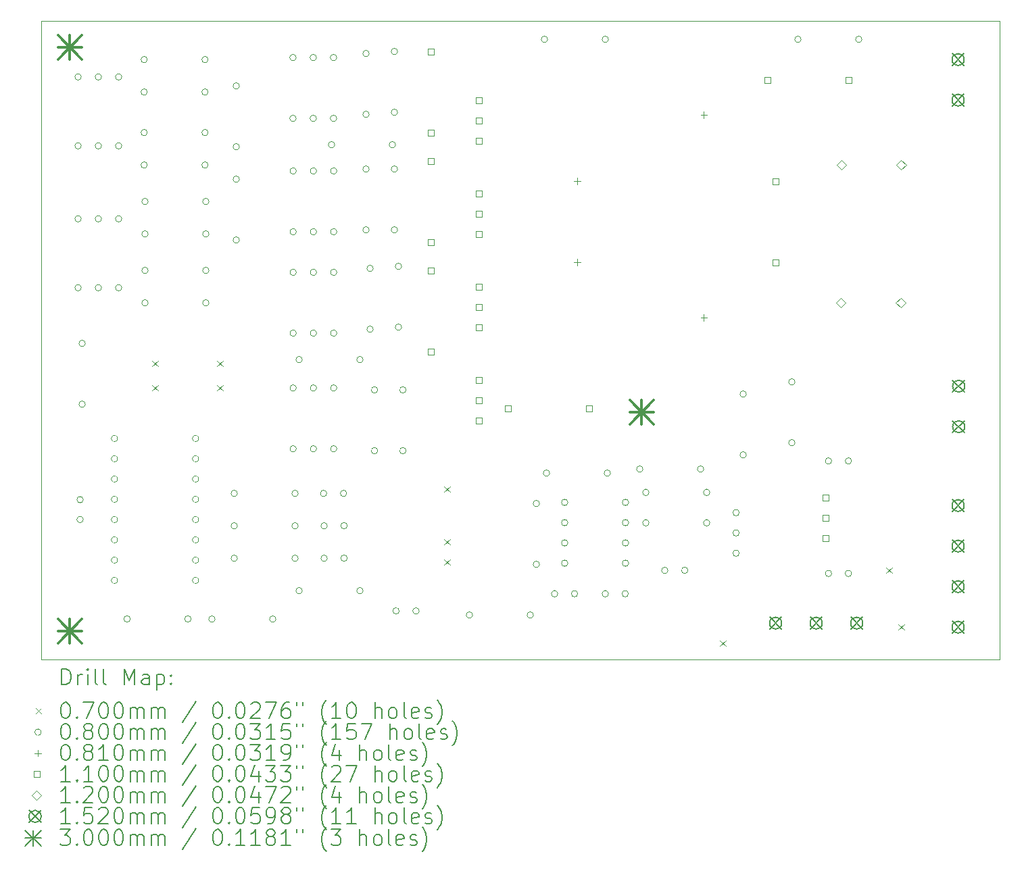
<source format=gbr>
%TF.GenerationSoftware,KiCad,Pcbnew,(6.0.7)*%
%TF.CreationDate,2023-11-05T23:46:48-03:00*%
%TF.ProjectId,Puente_H,5075656e-7465-45f4-982e-6b696361645f,v1*%
%TF.SameCoordinates,Original*%
%TF.FileFunction,Drillmap*%
%TF.FilePolarity,Positive*%
%FSLAX45Y45*%
G04 Gerber Fmt 4.5, Leading zero omitted, Abs format (unit mm)*
G04 Created by KiCad (PCBNEW (6.0.7)) date 2023-11-05 23:46:48*
%MOMM*%
%LPD*%
G01*
G04 APERTURE LIST*
%ADD10C,0.100000*%
%ADD11C,0.200000*%
%ADD12C,0.070000*%
%ADD13C,0.080000*%
%ADD14C,0.081000*%
%ADD15C,0.110000*%
%ADD16C,0.120000*%
%ADD17C,0.152000*%
%ADD18C,0.300000*%
G04 APERTURE END LIST*
D10*
X19155000Y-11540950D02*
X7155000Y-11540950D01*
X7155000Y-11540950D02*
X7155000Y-3540950D01*
X7155000Y-3540950D02*
X19155000Y-3540950D01*
X19155000Y-3540950D02*
X19155000Y-11540950D01*
D11*
D12*
X8542400Y-7797550D02*
X8612400Y-7867550D01*
X8612400Y-7797550D02*
X8542400Y-7867550D01*
X8542400Y-8102350D02*
X8612400Y-8172350D01*
X8612400Y-8102350D02*
X8542400Y-8172350D01*
X9355200Y-7797550D02*
X9425200Y-7867550D01*
X9425200Y-7797550D02*
X9355200Y-7867550D01*
X9355200Y-8102350D02*
X9425200Y-8172350D01*
X9425200Y-8102350D02*
X9355200Y-8172350D01*
X12200000Y-9372350D02*
X12270000Y-9442350D01*
X12270000Y-9372350D02*
X12200000Y-9442350D01*
X12200000Y-10032750D02*
X12270000Y-10102750D01*
X12270000Y-10032750D02*
X12200000Y-10102750D01*
X12200000Y-10286750D02*
X12270000Y-10356750D01*
X12270000Y-10286750D02*
X12200000Y-10356750D01*
X15654400Y-11302750D02*
X15724400Y-11372750D01*
X15724400Y-11302750D02*
X15654400Y-11372750D01*
X17737200Y-10388350D02*
X17807200Y-10458350D01*
X17807200Y-10388350D02*
X17737200Y-10458350D01*
X17889600Y-11099550D02*
X17959600Y-11169550D01*
X17959600Y-11099550D02*
X17889600Y-11169550D01*
D13*
X7652200Y-4240550D02*
G75*
G03*
X7652200Y-4240550I-40000J0D01*
G01*
X7652200Y-5104150D02*
G75*
G03*
X7652200Y-5104150I-40000J0D01*
G01*
X7652200Y-6018550D02*
G75*
G03*
X7652200Y-6018550I-40000J0D01*
G01*
X7652200Y-6882150D02*
G75*
G03*
X7652200Y-6882150I-40000J0D01*
G01*
X7677600Y-9536350D02*
G75*
G03*
X7677600Y-9536350I-40000J0D01*
G01*
X7677600Y-9786350D02*
G75*
G03*
X7677600Y-9786350I-40000J0D01*
G01*
X7703000Y-7578550D02*
G75*
G03*
X7703000Y-7578550I-40000J0D01*
G01*
X7703000Y-8340550D02*
G75*
G03*
X7703000Y-8340550I-40000J0D01*
G01*
X7906200Y-4240550D02*
G75*
G03*
X7906200Y-4240550I-40000J0D01*
G01*
X7906200Y-5104150D02*
G75*
G03*
X7906200Y-5104150I-40000J0D01*
G01*
X7906200Y-6018550D02*
G75*
G03*
X7906200Y-6018550I-40000J0D01*
G01*
X7906200Y-6882150D02*
G75*
G03*
X7906200Y-6882150I-40000J0D01*
G01*
X8108900Y-8770850D02*
G75*
G03*
X8108900Y-8770850I-40000J0D01*
G01*
X8108900Y-9024850D02*
G75*
G03*
X8108900Y-9024850I-40000J0D01*
G01*
X8108900Y-9278850D02*
G75*
G03*
X8108900Y-9278850I-40000J0D01*
G01*
X8108900Y-9532850D02*
G75*
G03*
X8108900Y-9532850I-40000J0D01*
G01*
X8108900Y-9786850D02*
G75*
G03*
X8108900Y-9786850I-40000J0D01*
G01*
X8108900Y-10040850D02*
G75*
G03*
X8108900Y-10040850I-40000J0D01*
G01*
X8108900Y-10294850D02*
G75*
G03*
X8108900Y-10294850I-40000J0D01*
G01*
X8108900Y-10548850D02*
G75*
G03*
X8108900Y-10548850I-40000J0D01*
G01*
X8160200Y-4240550D02*
G75*
G03*
X8160200Y-4240550I-40000J0D01*
G01*
X8160200Y-5104150D02*
G75*
G03*
X8160200Y-5104150I-40000J0D01*
G01*
X8160200Y-6018550D02*
G75*
G03*
X8160200Y-6018550I-40000J0D01*
G01*
X8160200Y-6882150D02*
G75*
G03*
X8160200Y-6882150I-40000J0D01*
G01*
X8266300Y-11032950D02*
G75*
G03*
X8266300Y-11032950I-40000J0D01*
G01*
X8479800Y-4022550D02*
G75*
G03*
X8479800Y-4022550I-40000J0D01*
G01*
X8479800Y-4428950D02*
G75*
G03*
X8479800Y-4428950I-40000J0D01*
G01*
X8479800Y-4936950D02*
G75*
G03*
X8479800Y-4936950I-40000J0D01*
G01*
X8479800Y-5343350D02*
G75*
G03*
X8479800Y-5343350I-40000J0D01*
G01*
X8490400Y-5800550D02*
G75*
G03*
X8490400Y-5800550I-40000J0D01*
G01*
X8490400Y-6206950D02*
G75*
G03*
X8490400Y-6206950I-40000J0D01*
G01*
X8490400Y-6664150D02*
G75*
G03*
X8490400Y-6664150I-40000J0D01*
G01*
X8490400Y-7070550D02*
G75*
G03*
X8490400Y-7070550I-40000J0D01*
G01*
X9028300Y-11032950D02*
G75*
G03*
X9028300Y-11032950I-40000J0D01*
G01*
X9124900Y-8770850D02*
G75*
G03*
X9124900Y-8770850I-40000J0D01*
G01*
X9124900Y-9024850D02*
G75*
G03*
X9124900Y-9024850I-40000J0D01*
G01*
X9124900Y-9278850D02*
G75*
G03*
X9124900Y-9278850I-40000J0D01*
G01*
X9124900Y-9532850D02*
G75*
G03*
X9124900Y-9532850I-40000J0D01*
G01*
X9124900Y-9786850D02*
G75*
G03*
X9124900Y-9786850I-40000J0D01*
G01*
X9124900Y-10040850D02*
G75*
G03*
X9124900Y-10040850I-40000J0D01*
G01*
X9124900Y-10294850D02*
G75*
G03*
X9124900Y-10294850I-40000J0D01*
G01*
X9124900Y-10548850D02*
G75*
G03*
X9124900Y-10548850I-40000J0D01*
G01*
X9241800Y-4022550D02*
G75*
G03*
X9241800Y-4022550I-40000J0D01*
G01*
X9241800Y-4428950D02*
G75*
G03*
X9241800Y-4428950I-40000J0D01*
G01*
X9241800Y-4936950D02*
G75*
G03*
X9241800Y-4936950I-40000J0D01*
G01*
X9241800Y-5343350D02*
G75*
G03*
X9241800Y-5343350I-40000J0D01*
G01*
X9252400Y-5800550D02*
G75*
G03*
X9252400Y-5800550I-40000J0D01*
G01*
X9252400Y-6206950D02*
G75*
G03*
X9252400Y-6206950I-40000J0D01*
G01*
X9252400Y-6664150D02*
G75*
G03*
X9252400Y-6664150I-40000J0D01*
G01*
X9252400Y-7070550D02*
G75*
G03*
X9252400Y-7070550I-40000J0D01*
G01*
X9328600Y-11032950D02*
G75*
G03*
X9328600Y-11032950I-40000J0D01*
G01*
X9608000Y-9458150D02*
G75*
G03*
X9608000Y-9458150I-40000J0D01*
G01*
X9608000Y-9864550D02*
G75*
G03*
X9608000Y-9864550I-40000J0D01*
G01*
X9608000Y-10270950D02*
G75*
G03*
X9608000Y-10270950I-40000J0D01*
G01*
X9633400Y-4352750D02*
G75*
G03*
X9633400Y-4352750I-40000J0D01*
G01*
X9633400Y-5114750D02*
G75*
G03*
X9633400Y-5114750I-40000J0D01*
G01*
X9633400Y-5521150D02*
G75*
G03*
X9633400Y-5521150I-40000J0D01*
G01*
X9633400Y-6283150D02*
G75*
G03*
X9633400Y-6283150I-40000J0D01*
G01*
X10090600Y-11032950D02*
G75*
G03*
X10090600Y-11032950I-40000J0D01*
G01*
X10344600Y-3996150D02*
G75*
G03*
X10344600Y-3996150I-40000J0D01*
G01*
X10344600Y-4758150D02*
G75*
G03*
X10344600Y-4758150I-40000J0D01*
G01*
X10346100Y-5418550D02*
G75*
G03*
X10346100Y-5418550I-40000J0D01*
G01*
X10346100Y-6180550D02*
G75*
G03*
X10346100Y-6180550I-40000J0D01*
G01*
X10346100Y-6688550D02*
G75*
G03*
X10346100Y-6688550I-40000J0D01*
G01*
X10346100Y-7450550D02*
G75*
G03*
X10346100Y-7450550I-40000J0D01*
G01*
X10346100Y-8137350D02*
G75*
G03*
X10346100Y-8137350I-40000J0D01*
G01*
X10346100Y-8899350D02*
G75*
G03*
X10346100Y-8899350I-40000J0D01*
G01*
X10370000Y-9458150D02*
G75*
G03*
X10370000Y-9458150I-40000J0D01*
G01*
X10370000Y-9864550D02*
G75*
G03*
X10370000Y-9864550I-40000J0D01*
G01*
X10370000Y-10270950D02*
G75*
G03*
X10370000Y-10270950I-40000J0D01*
G01*
X10420800Y-7781750D02*
G75*
G03*
X10420800Y-7781750I-40000J0D01*
G01*
X10420800Y-10677350D02*
G75*
G03*
X10420800Y-10677350I-40000J0D01*
G01*
X10598600Y-3996150D02*
G75*
G03*
X10598600Y-3996150I-40000J0D01*
G01*
X10598600Y-4758150D02*
G75*
G03*
X10598600Y-4758150I-40000J0D01*
G01*
X10600100Y-5418550D02*
G75*
G03*
X10600100Y-5418550I-40000J0D01*
G01*
X10600100Y-6180550D02*
G75*
G03*
X10600100Y-6180550I-40000J0D01*
G01*
X10600100Y-6688550D02*
G75*
G03*
X10600100Y-6688550I-40000J0D01*
G01*
X10600100Y-7450550D02*
G75*
G03*
X10600100Y-7450550I-40000J0D01*
G01*
X10600100Y-8137350D02*
G75*
G03*
X10600100Y-8137350I-40000J0D01*
G01*
X10600100Y-8899350D02*
G75*
G03*
X10600100Y-8899350I-40000J0D01*
G01*
X10727600Y-9458150D02*
G75*
G03*
X10727600Y-9458150I-40000J0D01*
G01*
X10734100Y-9864550D02*
G75*
G03*
X10734100Y-9864550I-40000J0D01*
G01*
X10734100Y-10270950D02*
G75*
G03*
X10734100Y-10270950I-40000J0D01*
G01*
X10827200Y-5089350D02*
G75*
G03*
X10827200Y-5089350I-40000J0D01*
G01*
X10852600Y-3996150D02*
G75*
G03*
X10852600Y-3996150I-40000J0D01*
G01*
X10852600Y-4758150D02*
G75*
G03*
X10852600Y-4758150I-40000J0D01*
G01*
X10854100Y-5418550D02*
G75*
G03*
X10854100Y-5418550I-40000J0D01*
G01*
X10854100Y-6180550D02*
G75*
G03*
X10854100Y-6180550I-40000J0D01*
G01*
X10854100Y-6688550D02*
G75*
G03*
X10854100Y-6688550I-40000J0D01*
G01*
X10854100Y-7450550D02*
G75*
G03*
X10854100Y-7450550I-40000J0D01*
G01*
X10854100Y-8137350D02*
G75*
G03*
X10854100Y-8137350I-40000J0D01*
G01*
X10854100Y-8899350D02*
G75*
G03*
X10854100Y-8899350I-40000J0D01*
G01*
X10977600Y-9458150D02*
G75*
G03*
X10977600Y-9458150I-40000J0D01*
G01*
X10984100Y-9864550D02*
G75*
G03*
X10984100Y-9864550I-40000J0D01*
G01*
X10984100Y-10270950D02*
G75*
G03*
X10984100Y-10270950I-40000J0D01*
G01*
X11182800Y-7781750D02*
G75*
G03*
X11182800Y-7781750I-40000J0D01*
G01*
X11182800Y-10677350D02*
G75*
G03*
X11182800Y-10677350I-40000J0D01*
G01*
X11259000Y-3946350D02*
G75*
G03*
X11259000Y-3946350I-40000J0D01*
G01*
X11259000Y-4708350D02*
G75*
G03*
X11259000Y-4708350I-40000J0D01*
G01*
X11259000Y-5394150D02*
G75*
G03*
X11259000Y-5394150I-40000J0D01*
G01*
X11259000Y-6156150D02*
G75*
G03*
X11259000Y-6156150I-40000J0D01*
G01*
X11309800Y-6638750D02*
G75*
G03*
X11309800Y-6638750I-40000J0D01*
G01*
X11309800Y-7400750D02*
G75*
G03*
X11309800Y-7400750I-40000J0D01*
G01*
X11365400Y-8162750D02*
G75*
G03*
X11365400Y-8162750I-40000J0D01*
G01*
X11365400Y-8924750D02*
G75*
G03*
X11365400Y-8924750I-40000J0D01*
G01*
X11589200Y-5089350D02*
G75*
G03*
X11589200Y-5089350I-40000J0D01*
G01*
X11614600Y-3920950D02*
G75*
G03*
X11614600Y-3920950I-40000J0D01*
G01*
X11614600Y-4682950D02*
G75*
G03*
X11614600Y-4682950I-40000J0D01*
G01*
X11614600Y-5394150D02*
G75*
G03*
X11614600Y-5394150I-40000J0D01*
G01*
X11614600Y-6156150D02*
G75*
G03*
X11614600Y-6156150I-40000J0D01*
G01*
X11635238Y-10931350D02*
G75*
G03*
X11635238Y-10931350I-40000J0D01*
G01*
X11665400Y-6613350D02*
G75*
G03*
X11665400Y-6613350I-40000J0D01*
G01*
X11665400Y-7375350D02*
G75*
G03*
X11665400Y-7375350I-40000J0D01*
G01*
X11721000Y-8162750D02*
G75*
G03*
X11721000Y-8162750I-40000J0D01*
G01*
X11721000Y-8924750D02*
G75*
G03*
X11721000Y-8924750I-40000J0D01*
G01*
X11885238Y-10931350D02*
G75*
G03*
X11885238Y-10931350I-40000J0D01*
G01*
X12554400Y-10982150D02*
G75*
G03*
X12554400Y-10982150I-40000J0D01*
G01*
X13316400Y-10982150D02*
G75*
G03*
X13316400Y-10982150I-40000J0D01*
G01*
X13392600Y-9585150D02*
G75*
G03*
X13392600Y-9585150I-40000J0D01*
G01*
X13392600Y-10347150D02*
G75*
G03*
X13392600Y-10347150I-40000J0D01*
G01*
X13494200Y-3768550D02*
G75*
G03*
X13494200Y-3768550I-40000J0D01*
G01*
X13519600Y-9204150D02*
G75*
G03*
X13519600Y-9204150I-40000J0D01*
G01*
X13621200Y-10715450D02*
G75*
G03*
X13621200Y-10715450I-40000J0D01*
G01*
X13747200Y-9571450D02*
G75*
G03*
X13747200Y-9571450I-40000J0D01*
G01*
X13747200Y-9825450D02*
G75*
G03*
X13747200Y-9825450I-40000J0D01*
G01*
X13747200Y-10079450D02*
G75*
G03*
X13747200Y-10079450I-40000J0D01*
G01*
X13747200Y-10333450D02*
G75*
G03*
X13747200Y-10333450I-40000J0D01*
G01*
X13871200Y-10715450D02*
G75*
G03*
X13871200Y-10715450I-40000J0D01*
G01*
X14256200Y-3768550D02*
G75*
G03*
X14256200Y-3768550I-40000J0D01*
G01*
X14256200Y-10715450D02*
G75*
G03*
X14256200Y-10715450I-40000J0D01*
G01*
X14281600Y-9204150D02*
G75*
G03*
X14281600Y-9204150I-40000J0D01*
G01*
X14506200Y-10715450D02*
G75*
G03*
X14506200Y-10715450I-40000J0D01*
G01*
X14509200Y-9571450D02*
G75*
G03*
X14509200Y-9571450I-40000J0D01*
G01*
X14509200Y-9825450D02*
G75*
G03*
X14509200Y-9825450I-40000J0D01*
G01*
X14509200Y-10079450D02*
G75*
G03*
X14509200Y-10079450I-40000J0D01*
G01*
X14509200Y-10333450D02*
G75*
G03*
X14509200Y-10333450I-40000J0D01*
G01*
X14688000Y-9153350D02*
G75*
G03*
X14688000Y-9153350I-40000J0D01*
G01*
X14764200Y-9445450D02*
G75*
G03*
X14764200Y-9445450I-40000J0D01*
G01*
X14764200Y-9826450D02*
G75*
G03*
X14764200Y-9826450I-40000J0D01*
G01*
X15001562Y-10423350D02*
G75*
G03*
X15001562Y-10423350I-40000J0D01*
G01*
X15251562Y-10423350D02*
G75*
G03*
X15251562Y-10423350I-40000J0D01*
G01*
X15450000Y-9153350D02*
G75*
G03*
X15450000Y-9153350I-40000J0D01*
G01*
X15526200Y-9445450D02*
G75*
G03*
X15526200Y-9445450I-40000J0D01*
G01*
X15526200Y-9826450D02*
G75*
G03*
X15526200Y-9826450I-40000J0D01*
G01*
X15894500Y-9699450D02*
G75*
G03*
X15894500Y-9699450I-40000J0D01*
G01*
X15894500Y-9953450D02*
G75*
G03*
X15894500Y-9953450I-40000J0D01*
G01*
X15894500Y-10207450D02*
G75*
G03*
X15894500Y-10207450I-40000J0D01*
G01*
X15983400Y-8213550D02*
G75*
G03*
X15983400Y-8213550I-40000J0D01*
G01*
X15983400Y-8975550D02*
G75*
G03*
X15983400Y-8975550I-40000J0D01*
G01*
X16593000Y-8061150D02*
G75*
G03*
X16593000Y-8061150I-40000J0D01*
G01*
X16593000Y-8823150D02*
G75*
G03*
X16593000Y-8823150I-40000J0D01*
G01*
X16669200Y-3768550D02*
G75*
G03*
X16669200Y-3768550I-40000J0D01*
G01*
X17052200Y-9051750D02*
G75*
G03*
X17052200Y-9051750I-40000J0D01*
G01*
X17052200Y-10461450D02*
G75*
G03*
X17052200Y-10461450I-40000J0D01*
G01*
X17302200Y-9051750D02*
G75*
G03*
X17302200Y-9051750I-40000J0D01*
G01*
X17302200Y-10461450D02*
G75*
G03*
X17302200Y-10461450I-40000J0D01*
G01*
X17431200Y-3768550D02*
G75*
G03*
X17431200Y-3768550I-40000J0D01*
G01*
D14*
X13865000Y-5506050D02*
X13865000Y-5587050D01*
X13824500Y-5546550D02*
X13905500Y-5546550D01*
X13865000Y-6522050D02*
X13865000Y-6603050D01*
X13824500Y-6562550D02*
X13905500Y-6562550D01*
X15451000Y-4674550D02*
X15451000Y-4755550D01*
X15410500Y-4715050D02*
X15491500Y-4715050D01*
X15451000Y-7214550D02*
X15451000Y-7295550D01*
X15410500Y-7255050D02*
X15491500Y-7255050D01*
D15*
X12070691Y-3959841D02*
X12070691Y-3882059D01*
X11992909Y-3882059D01*
X11992909Y-3959841D01*
X12070691Y-3959841D01*
X12070691Y-4975841D02*
X12070691Y-4898059D01*
X11992909Y-4898059D01*
X11992909Y-4975841D01*
X12070691Y-4975841D01*
X12070691Y-5331441D02*
X12070691Y-5253659D01*
X11992909Y-5253659D01*
X11992909Y-5331441D01*
X12070691Y-5331441D01*
X12070691Y-6347441D02*
X12070691Y-6269659D01*
X11992909Y-6269659D01*
X11992909Y-6347441D01*
X12070691Y-6347441D01*
X12070691Y-6703041D02*
X12070691Y-6625259D01*
X11992909Y-6625259D01*
X11992909Y-6703041D01*
X12070691Y-6703041D01*
X12070691Y-7719041D02*
X12070691Y-7641259D01*
X11992909Y-7641259D01*
X11992909Y-7719041D01*
X12070691Y-7719041D01*
X12673191Y-4569441D02*
X12673191Y-4491659D01*
X12595409Y-4491659D01*
X12595409Y-4569441D01*
X12673191Y-4569441D01*
X12673191Y-4823441D02*
X12673191Y-4745659D01*
X12595409Y-4745659D01*
X12595409Y-4823441D01*
X12673191Y-4823441D01*
X12673191Y-5077441D02*
X12673191Y-4999659D01*
X12595409Y-4999659D01*
X12595409Y-5077441D01*
X12673191Y-5077441D01*
X12673191Y-5737841D02*
X12673191Y-5660059D01*
X12595409Y-5660059D01*
X12595409Y-5737841D01*
X12673191Y-5737841D01*
X12673191Y-5991841D02*
X12673191Y-5914059D01*
X12595409Y-5914059D01*
X12595409Y-5991841D01*
X12673191Y-5991841D01*
X12673191Y-6245841D02*
X12673191Y-6168059D01*
X12595409Y-6168059D01*
X12595409Y-6245841D01*
X12673191Y-6245841D01*
X12673191Y-6906241D02*
X12673191Y-6828459D01*
X12595409Y-6828459D01*
X12595409Y-6906241D01*
X12673191Y-6906241D01*
X12673191Y-7160241D02*
X12673191Y-7082459D01*
X12595409Y-7082459D01*
X12595409Y-7160241D01*
X12673191Y-7160241D01*
X12673191Y-7414241D02*
X12673191Y-7336459D01*
X12595409Y-7336459D01*
X12595409Y-7414241D01*
X12673191Y-7414241D01*
X12673191Y-8074641D02*
X12673191Y-7996859D01*
X12595409Y-7996859D01*
X12595409Y-8074641D01*
X12673191Y-8074641D01*
X12673191Y-8328641D02*
X12673191Y-8250859D01*
X12595409Y-8250859D01*
X12595409Y-8328641D01*
X12673191Y-8328641D01*
X12673191Y-8582641D02*
X12673191Y-8504859D01*
X12595409Y-8504859D01*
X12595409Y-8582641D01*
X12673191Y-8582641D01*
X13035891Y-8430241D02*
X13035891Y-8352459D01*
X12958109Y-8352459D01*
X12958109Y-8430241D01*
X13035891Y-8430241D01*
X14051891Y-8430241D02*
X14051891Y-8352459D01*
X13974109Y-8352459D01*
X13974109Y-8430241D01*
X14051891Y-8430241D01*
X16287091Y-4315441D02*
X16287091Y-4237659D01*
X16209309Y-4237659D01*
X16209309Y-4315441D01*
X16287091Y-4315441D01*
X16388691Y-5585441D02*
X16388691Y-5507659D01*
X16310909Y-5507659D01*
X16310909Y-5585441D01*
X16388691Y-5585441D01*
X16388691Y-6601441D02*
X16388691Y-6523659D01*
X16310909Y-6523659D01*
X16310909Y-6601441D01*
X16388691Y-6601441D01*
X17016091Y-9547841D02*
X17016091Y-9470059D01*
X16938309Y-9470059D01*
X16938309Y-9547841D01*
X17016091Y-9547841D01*
X17016091Y-9801841D02*
X17016091Y-9724059D01*
X16938309Y-9724059D01*
X16938309Y-9801841D01*
X17016091Y-9801841D01*
X17016091Y-10055841D02*
X17016091Y-9978059D01*
X16938309Y-9978059D01*
X16938309Y-10055841D01*
X17016091Y-10055841D01*
X17303091Y-4315441D02*
X17303091Y-4237659D01*
X17225309Y-4237659D01*
X17225309Y-4315441D01*
X17303091Y-4315441D01*
D16*
X17166925Y-7130550D02*
X17226925Y-7070550D01*
X17166925Y-7010550D01*
X17106925Y-7070550D01*
X17166925Y-7130550D01*
X17174600Y-5403350D02*
X17234600Y-5343350D01*
X17174600Y-5283350D01*
X17114600Y-5343350D01*
X17174600Y-5403350D01*
X17916925Y-7130550D02*
X17976925Y-7070550D01*
X17916925Y-7010550D01*
X17856925Y-7070550D01*
X17916925Y-7130550D01*
X17924600Y-5403350D02*
X17984600Y-5343350D01*
X17924600Y-5283350D01*
X17864600Y-5343350D01*
X17924600Y-5403350D01*
D17*
X16273800Y-11007750D02*
X16425800Y-11159750D01*
X16425800Y-11007750D02*
X16273800Y-11159750D01*
X16425800Y-11083750D02*
G75*
G03*
X16425800Y-11083750I-76000J0D01*
G01*
X16781800Y-11007750D02*
X16933800Y-11159750D01*
X16933800Y-11007750D02*
X16781800Y-11159750D01*
X16933800Y-11083750D02*
G75*
G03*
X16933800Y-11083750I-76000J0D01*
G01*
X17289800Y-11007750D02*
X17441800Y-11159750D01*
X17441800Y-11007750D02*
X17289800Y-11159750D01*
X17441800Y-11083750D02*
G75*
G03*
X17441800Y-11083750I-76000J0D01*
G01*
X18559800Y-3946550D02*
X18711800Y-4098550D01*
X18711800Y-3946550D02*
X18559800Y-4098550D01*
X18711800Y-4022550D02*
G75*
G03*
X18711800Y-4022550I-76000J0D01*
G01*
X18559800Y-4454550D02*
X18711800Y-4606550D01*
X18711800Y-4454550D02*
X18559800Y-4606550D01*
X18711800Y-4530550D02*
G75*
G03*
X18711800Y-4530550I-76000J0D01*
G01*
X18559800Y-9534550D02*
X18711800Y-9686550D01*
X18711800Y-9534550D02*
X18559800Y-9686550D01*
X18711800Y-9610550D02*
G75*
G03*
X18711800Y-9610550I-76000J0D01*
G01*
X18559800Y-10042550D02*
X18711800Y-10194550D01*
X18711800Y-10042550D02*
X18559800Y-10194550D01*
X18711800Y-10118550D02*
G75*
G03*
X18711800Y-10118550I-76000J0D01*
G01*
X18559800Y-10550550D02*
X18711800Y-10702550D01*
X18711800Y-10550550D02*
X18559800Y-10702550D01*
X18711800Y-10626550D02*
G75*
G03*
X18711800Y-10626550I-76000J0D01*
G01*
X18559800Y-11058550D02*
X18711800Y-11210550D01*
X18711800Y-11058550D02*
X18559800Y-11210550D01*
X18711800Y-11134550D02*
G75*
G03*
X18711800Y-11134550I-76000J0D01*
G01*
X18567600Y-8038750D02*
X18719600Y-8190750D01*
X18719600Y-8038750D02*
X18567600Y-8190750D01*
X18719600Y-8114750D02*
G75*
G03*
X18719600Y-8114750I-76000J0D01*
G01*
X18567600Y-8546750D02*
X18719600Y-8698750D01*
X18719600Y-8546750D02*
X18567600Y-8698750D01*
X18719600Y-8622750D02*
G75*
G03*
X18719600Y-8622750I-76000J0D01*
G01*
D18*
X7360600Y-3720150D02*
X7660600Y-4020150D01*
X7660600Y-3720150D02*
X7360600Y-4020150D01*
X7510600Y-3720150D02*
X7510600Y-4020150D01*
X7360600Y-3870150D02*
X7660600Y-3870150D01*
X7360600Y-11035350D02*
X7660600Y-11335350D01*
X7660600Y-11035350D02*
X7360600Y-11335350D01*
X7510600Y-11035350D02*
X7510600Y-11335350D01*
X7360600Y-11185350D02*
X7660600Y-11185350D01*
X14523400Y-8292150D02*
X14823400Y-8592150D01*
X14823400Y-8292150D02*
X14523400Y-8592150D01*
X14673400Y-8292150D02*
X14673400Y-8592150D01*
X14523400Y-8442150D02*
X14823400Y-8442150D01*
D11*
X7407619Y-11856426D02*
X7407619Y-11656426D01*
X7455238Y-11656426D01*
X7483809Y-11665950D01*
X7502857Y-11684998D01*
X7512381Y-11704045D01*
X7521905Y-11742140D01*
X7521905Y-11770712D01*
X7512381Y-11808807D01*
X7502857Y-11827855D01*
X7483809Y-11846902D01*
X7455238Y-11856426D01*
X7407619Y-11856426D01*
X7607619Y-11856426D02*
X7607619Y-11723093D01*
X7607619Y-11761188D02*
X7617143Y-11742140D01*
X7626667Y-11732617D01*
X7645714Y-11723093D01*
X7664762Y-11723093D01*
X7731428Y-11856426D02*
X7731428Y-11723093D01*
X7731428Y-11656426D02*
X7721905Y-11665950D01*
X7731428Y-11675474D01*
X7740952Y-11665950D01*
X7731428Y-11656426D01*
X7731428Y-11675474D01*
X7855238Y-11856426D02*
X7836190Y-11846902D01*
X7826667Y-11827855D01*
X7826667Y-11656426D01*
X7960000Y-11856426D02*
X7940952Y-11846902D01*
X7931428Y-11827855D01*
X7931428Y-11656426D01*
X8188571Y-11856426D02*
X8188571Y-11656426D01*
X8255238Y-11799283D01*
X8321905Y-11656426D01*
X8321905Y-11856426D01*
X8502857Y-11856426D02*
X8502857Y-11751664D01*
X8493333Y-11732617D01*
X8474286Y-11723093D01*
X8436190Y-11723093D01*
X8417143Y-11732617D01*
X8502857Y-11846902D02*
X8483810Y-11856426D01*
X8436190Y-11856426D01*
X8417143Y-11846902D01*
X8407619Y-11827855D01*
X8407619Y-11808807D01*
X8417143Y-11789759D01*
X8436190Y-11780236D01*
X8483810Y-11780236D01*
X8502857Y-11770712D01*
X8598095Y-11723093D02*
X8598095Y-11923093D01*
X8598095Y-11732617D02*
X8617143Y-11723093D01*
X8655238Y-11723093D01*
X8674286Y-11732617D01*
X8683810Y-11742140D01*
X8693333Y-11761188D01*
X8693333Y-11818331D01*
X8683810Y-11837378D01*
X8674286Y-11846902D01*
X8655238Y-11856426D01*
X8617143Y-11856426D01*
X8598095Y-11846902D01*
X8779048Y-11837378D02*
X8788571Y-11846902D01*
X8779048Y-11856426D01*
X8769524Y-11846902D01*
X8779048Y-11837378D01*
X8779048Y-11856426D01*
X8779048Y-11732617D02*
X8788571Y-11742140D01*
X8779048Y-11751664D01*
X8769524Y-11742140D01*
X8779048Y-11732617D01*
X8779048Y-11751664D01*
D12*
X7080000Y-12150950D02*
X7150000Y-12220950D01*
X7150000Y-12150950D02*
X7080000Y-12220950D01*
D11*
X7445714Y-12076426D02*
X7464762Y-12076426D01*
X7483809Y-12085950D01*
X7493333Y-12095474D01*
X7502857Y-12114521D01*
X7512381Y-12152617D01*
X7512381Y-12200236D01*
X7502857Y-12238331D01*
X7493333Y-12257378D01*
X7483809Y-12266902D01*
X7464762Y-12276426D01*
X7445714Y-12276426D01*
X7426667Y-12266902D01*
X7417143Y-12257378D01*
X7407619Y-12238331D01*
X7398095Y-12200236D01*
X7398095Y-12152617D01*
X7407619Y-12114521D01*
X7417143Y-12095474D01*
X7426667Y-12085950D01*
X7445714Y-12076426D01*
X7598095Y-12257378D02*
X7607619Y-12266902D01*
X7598095Y-12276426D01*
X7588571Y-12266902D01*
X7598095Y-12257378D01*
X7598095Y-12276426D01*
X7674286Y-12076426D02*
X7807619Y-12076426D01*
X7721905Y-12276426D01*
X7921905Y-12076426D02*
X7940952Y-12076426D01*
X7960000Y-12085950D01*
X7969524Y-12095474D01*
X7979048Y-12114521D01*
X7988571Y-12152617D01*
X7988571Y-12200236D01*
X7979048Y-12238331D01*
X7969524Y-12257378D01*
X7960000Y-12266902D01*
X7940952Y-12276426D01*
X7921905Y-12276426D01*
X7902857Y-12266902D01*
X7893333Y-12257378D01*
X7883809Y-12238331D01*
X7874286Y-12200236D01*
X7874286Y-12152617D01*
X7883809Y-12114521D01*
X7893333Y-12095474D01*
X7902857Y-12085950D01*
X7921905Y-12076426D01*
X8112381Y-12076426D02*
X8131428Y-12076426D01*
X8150476Y-12085950D01*
X8160000Y-12095474D01*
X8169524Y-12114521D01*
X8179048Y-12152617D01*
X8179048Y-12200236D01*
X8169524Y-12238331D01*
X8160000Y-12257378D01*
X8150476Y-12266902D01*
X8131428Y-12276426D01*
X8112381Y-12276426D01*
X8093333Y-12266902D01*
X8083809Y-12257378D01*
X8074286Y-12238331D01*
X8064762Y-12200236D01*
X8064762Y-12152617D01*
X8074286Y-12114521D01*
X8083809Y-12095474D01*
X8093333Y-12085950D01*
X8112381Y-12076426D01*
X8264762Y-12276426D02*
X8264762Y-12143093D01*
X8264762Y-12162140D02*
X8274286Y-12152617D01*
X8293333Y-12143093D01*
X8321905Y-12143093D01*
X8340952Y-12152617D01*
X8350476Y-12171664D01*
X8350476Y-12276426D01*
X8350476Y-12171664D02*
X8360000Y-12152617D01*
X8379048Y-12143093D01*
X8407619Y-12143093D01*
X8426667Y-12152617D01*
X8436190Y-12171664D01*
X8436190Y-12276426D01*
X8531429Y-12276426D02*
X8531429Y-12143093D01*
X8531429Y-12162140D02*
X8540952Y-12152617D01*
X8560000Y-12143093D01*
X8588571Y-12143093D01*
X8607619Y-12152617D01*
X8617143Y-12171664D01*
X8617143Y-12276426D01*
X8617143Y-12171664D02*
X8626667Y-12152617D01*
X8645714Y-12143093D01*
X8674286Y-12143093D01*
X8693333Y-12152617D01*
X8702857Y-12171664D01*
X8702857Y-12276426D01*
X9093333Y-12066902D02*
X8921905Y-12324045D01*
X9350476Y-12076426D02*
X9369524Y-12076426D01*
X9388571Y-12085950D01*
X9398095Y-12095474D01*
X9407619Y-12114521D01*
X9417143Y-12152617D01*
X9417143Y-12200236D01*
X9407619Y-12238331D01*
X9398095Y-12257378D01*
X9388571Y-12266902D01*
X9369524Y-12276426D01*
X9350476Y-12276426D01*
X9331429Y-12266902D01*
X9321905Y-12257378D01*
X9312381Y-12238331D01*
X9302857Y-12200236D01*
X9302857Y-12152617D01*
X9312381Y-12114521D01*
X9321905Y-12095474D01*
X9331429Y-12085950D01*
X9350476Y-12076426D01*
X9502857Y-12257378D02*
X9512381Y-12266902D01*
X9502857Y-12276426D01*
X9493333Y-12266902D01*
X9502857Y-12257378D01*
X9502857Y-12276426D01*
X9636190Y-12076426D02*
X9655238Y-12076426D01*
X9674286Y-12085950D01*
X9683810Y-12095474D01*
X9693333Y-12114521D01*
X9702857Y-12152617D01*
X9702857Y-12200236D01*
X9693333Y-12238331D01*
X9683810Y-12257378D01*
X9674286Y-12266902D01*
X9655238Y-12276426D01*
X9636190Y-12276426D01*
X9617143Y-12266902D01*
X9607619Y-12257378D01*
X9598095Y-12238331D01*
X9588571Y-12200236D01*
X9588571Y-12152617D01*
X9598095Y-12114521D01*
X9607619Y-12095474D01*
X9617143Y-12085950D01*
X9636190Y-12076426D01*
X9779048Y-12095474D02*
X9788571Y-12085950D01*
X9807619Y-12076426D01*
X9855238Y-12076426D01*
X9874286Y-12085950D01*
X9883810Y-12095474D01*
X9893333Y-12114521D01*
X9893333Y-12133569D01*
X9883810Y-12162140D01*
X9769524Y-12276426D01*
X9893333Y-12276426D01*
X9960000Y-12076426D02*
X10093333Y-12076426D01*
X10007619Y-12276426D01*
X10255238Y-12076426D02*
X10217143Y-12076426D01*
X10198095Y-12085950D01*
X10188571Y-12095474D01*
X10169524Y-12124045D01*
X10160000Y-12162140D01*
X10160000Y-12238331D01*
X10169524Y-12257378D01*
X10179048Y-12266902D01*
X10198095Y-12276426D01*
X10236190Y-12276426D01*
X10255238Y-12266902D01*
X10264762Y-12257378D01*
X10274286Y-12238331D01*
X10274286Y-12190712D01*
X10264762Y-12171664D01*
X10255238Y-12162140D01*
X10236190Y-12152617D01*
X10198095Y-12152617D01*
X10179048Y-12162140D01*
X10169524Y-12171664D01*
X10160000Y-12190712D01*
X10350476Y-12076426D02*
X10350476Y-12114521D01*
X10426667Y-12076426D02*
X10426667Y-12114521D01*
X10721905Y-12352617D02*
X10712381Y-12343093D01*
X10693333Y-12314521D01*
X10683810Y-12295474D01*
X10674286Y-12266902D01*
X10664762Y-12219283D01*
X10664762Y-12181188D01*
X10674286Y-12133569D01*
X10683810Y-12104998D01*
X10693333Y-12085950D01*
X10712381Y-12057378D01*
X10721905Y-12047855D01*
X10902857Y-12276426D02*
X10788571Y-12276426D01*
X10845714Y-12276426D02*
X10845714Y-12076426D01*
X10826667Y-12104998D01*
X10807619Y-12124045D01*
X10788571Y-12133569D01*
X11026667Y-12076426D02*
X11045714Y-12076426D01*
X11064762Y-12085950D01*
X11074286Y-12095474D01*
X11083810Y-12114521D01*
X11093333Y-12152617D01*
X11093333Y-12200236D01*
X11083810Y-12238331D01*
X11074286Y-12257378D01*
X11064762Y-12266902D01*
X11045714Y-12276426D01*
X11026667Y-12276426D01*
X11007619Y-12266902D01*
X10998095Y-12257378D01*
X10988571Y-12238331D01*
X10979048Y-12200236D01*
X10979048Y-12152617D01*
X10988571Y-12114521D01*
X10998095Y-12095474D01*
X11007619Y-12085950D01*
X11026667Y-12076426D01*
X11331428Y-12276426D02*
X11331428Y-12076426D01*
X11417143Y-12276426D02*
X11417143Y-12171664D01*
X11407619Y-12152617D01*
X11388571Y-12143093D01*
X11360000Y-12143093D01*
X11340952Y-12152617D01*
X11331428Y-12162140D01*
X11540952Y-12276426D02*
X11521905Y-12266902D01*
X11512381Y-12257378D01*
X11502857Y-12238331D01*
X11502857Y-12181188D01*
X11512381Y-12162140D01*
X11521905Y-12152617D01*
X11540952Y-12143093D01*
X11569524Y-12143093D01*
X11588571Y-12152617D01*
X11598095Y-12162140D01*
X11607619Y-12181188D01*
X11607619Y-12238331D01*
X11598095Y-12257378D01*
X11588571Y-12266902D01*
X11569524Y-12276426D01*
X11540952Y-12276426D01*
X11721905Y-12276426D02*
X11702857Y-12266902D01*
X11693333Y-12247855D01*
X11693333Y-12076426D01*
X11874286Y-12266902D02*
X11855238Y-12276426D01*
X11817143Y-12276426D01*
X11798095Y-12266902D01*
X11788571Y-12247855D01*
X11788571Y-12171664D01*
X11798095Y-12152617D01*
X11817143Y-12143093D01*
X11855238Y-12143093D01*
X11874286Y-12152617D01*
X11883809Y-12171664D01*
X11883809Y-12190712D01*
X11788571Y-12209759D01*
X11960000Y-12266902D02*
X11979048Y-12276426D01*
X12017143Y-12276426D01*
X12036190Y-12266902D01*
X12045714Y-12247855D01*
X12045714Y-12238331D01*
X12036190Y-12219283D01*
X12017143Y-12209759D01*
X11988571Y-12209759D01*
X11969524Y-12200236D01*
X11960000Y-12181188D01*
X11960000Y-12171664D01*
X11969524Y-12152617D01*
X11988571Y-12143093D01*
X12017143Y-12143093D01*
X12036190Y-12152617D01*
X12112381Y-12352617D02*
X12121905Y-12343093D01*
X12140952Y-12314521D01*
X12150476Y-12295474D01*
X12160000Y-12266902D01*
X12169524Y-12219283D01*
X12169524Y-12181188D01*
X12160000Y-12133569D01*
X12150476Y-12104998D01*
X12140952Y-12085950D01*
X12121905Y-12057378D01*
X12112381Y-12047855D01*
D13*
X7150000Y-12449950D02*
G75*
G03*
X7150000Y-12449950I-40000J0D01*
G01*
D11*
X7445714Y-12340426D02*
X7464762Y-12340426D01*
X7483809Y-12349950D01*
X7493333Y-12359474D01*
X7502857Y-12378521D01*
X7512381Y-12416617D01*
X7512381Y-12464236D01*
X7502857Y-12502331D01*
X7493333Y-12521378D01*
X7483809Y-12530902D01*
X7464762Y-12540426D01*
X7445714Y-12540426D01*
X7426667Y-12530902D01*
X7417143Y-12521378D01*
X7407619Y-12502331D01*
X7398095Y-12464236D01*
X7398095Y-12416617D01*
X7407619Y-12378521D01*
X7417143Y-12359474D01*
X7426667Y-12349950D01*
X7445714Y-12340426D01*
X7598095Y-12521378D02*
X7607619Y-12530902D01*
X7598095Y-12540426D01*
X7588571Y-12530902D01*
X7598095Y-12521378D01*
X7598095Y-12540426D01*
X7721905Y-12426140D02*
X7702857Y-12416617D01*
X7693333Y-12407093D01*
X7683809Y-12388045D01*
X7683809Y-12378521D01*
X7693333Y-12359474D01*
X7702857Y-12349950D01*
X7721905Y-12340426D01*
X7760000Y-12340426D01*
X7779048Y-12349950D01*
X7788571Y-12359474D01*
X7798095Y-12378521D01*
X7798095Y-12388045D01*
X7788571Y-12407093D01*
X7779048Y-12416617D01*
X7760000Y-12426140D01*
X7721905Y-12426140D01*
X7702857Y-12435664D01*
X7693333Y-12445188D01*
X7683809Y-12464236D01*
X7683809Y-12502331D01*
X7693333Y-12521378D01*
X7702857Y-12530902D01*
X7721905Y-12540426D01*
X7760000Y-12540426D01*
X7779048Y-12530902D01*
X7788571Y-12521378D01*
X7798095Y-12502331D01*
X7798095Y-12464236D01*
X7788571Y-12445188D01*
X7779048Y-12435664D01*
X7760000Y-12426140D01*
X7921905Y-12340426D02*
X7940952Y-12340426D01*
X7960000Y-12349950D01*
X7969524Y-12359474D01*
X7979048Y-12378521D01*
X7988571Y-12416617D01*
X7988571Y-12464236D01*
X7979048Y-12502331D01*
X7969524Y-12521378D01*
X7960000Y-12530902D01*
X7940952Y-12540426D01*
X7921905Y-12540426D01*
X7902857Y-12530902D01*
X7893333Y-12521378D01*
X7883809Y-12502331D01*
X7874286Y-12464236D01*
X7874286Y-12416617D01*
X7883809Y-12378521D01*
X7893333Y-12359474D01*
X7902857Y-12349950D01*
X7921905Y-12340426D01*
X8112381Y-12340426D02*
X8131428Y-12340426D01*
X8150476Y-12349950D01*
X8160000Y-12359474D01*
X8169524Y-12378521D01*
X8179048Y-12416617D01*
X8179048Y-12464236D01*
X8169524Y-12502331D01*
X8160000Y-12521378D01*
X8150476Y-12530902D01*
X8131428Y-12540426D01*
X8112381Y-12540426D01*
X8093333Y-12530902D01*
X8083809Y-12521378D01*
X8074286Y-12502331D01*
X8064762Y-12464236D01*
X8064762Y-12416617D01*
X8074286Y-12378521D01*
X8083809Y-12359474D01*
X8093333Y-12349950D01*
X8112381Y-12340426D01*
X8264762Y-12540426D02*
X8264762Y-12407093D01*
X8264762Y-12426140D02*
X8274286Y-12416617D01*
X8293333Y-12407093D01*
X8321905Y-12407093D01*
X8340952Y-12416617D01*
X8350476Y-12435664D01*
X8350476Y-12540426D01*
X8350476Y-12435664D02*
X8360000Y-12416617D01*
X8379048Y-12407093D01*
X8407619Y-12407093D01*
X8426667Y-12416617D01*
X8436190Y-12435664D01*
X8436190Y-12540426D01*
X8531429Y-12540426D02*
X8531429Y-12407093D01*
X8531429Y-12426140D02*
X8540952Y-12416617D01*
X8560000Y-12407093D01*
X8588571Y-12407093D01*
X8607619Y-12416617D01*
X8617143Y-12435664D01*
X8617143Y-12540426D01*
X8617143Y-12435664D02*
X8626667Y-12416617D01*
X8645714Y-12407093D01*
X8674286Y-12407093D01*
X8693333Y-12416617D01*
X8702857Y-12435664D01*
X8702857Y-12540426D01*
X9093333Y-12330902D02*
X8921905Y-12588045D01*
X9350476Y-12340426D02*
X9369524Y-12340426D01*
X9388571Y-12349950D01*
X9398095Y-12359474D01*
X9407619Y-12378521D01*
X9417143Y-12416617D01*
X9417143Y-12464236D01*
X9407619Y-12502331D01*
X9398095Y-12521378D01*
X9388571Y-12530902D01*
X9369524Y-12540426D01*
X9350476Y-12540426D01*
X9331429Y-12530902D01*
X9321905Y-12521378D01*
X9312381Y-12502331D01*
X9302857Y-12464236D01*
X9302857Y-12416617D01*
X9312381Y-12378521D01*
X9321905Y-12359474D01*
X9331429Y-12349950D01*
X9350476Y-12340426D01*
X9502857Y-12521378D02*
X9512381Y-12530902D01*
X9502857Y-12540426D01*
X9493333Y-12530902D01*
X9502857Y-12521378D01*
X9502857Y-12540426D01*
X9636190Y-12340426D02*
X9655238Y-12340426D01*
X9674286Y-12349950D01*
X9683810Y-12359474D01*
X9693333Y-12378521D01*
X9702857Y-12416617D01*
X9702857Y-12464236D01*
X9693333Y-12502331D01*
X9683810Y-12521378D01*
X9674286Y-12530902D01*
X9655238Y-12540426D01*
X9636190Y-12540426D01*
X9617143Y-12530902D01*
X9607619Y-12521378D01*
X9598095Y-12502331D01*
X9588571Y-12464236D01*
X9588571Y-12416617D01*
X9598095Y-12378521D01*
X9607619Y-12359474D01*
X9617143Y-12349950D01*
X9636190Y-12340426D01*
X9769524Y-12340426D02*
X9893333Y-12340426D01*
X9826667Y-12416617D01*
X9855238Y-12416617D01*
X9874286Y-12426140D01*
X9883810Y-12435664D01*
X9893333Y-12454712D01*
X9893333Y-12502331D01*
X9883810Y-12521378D01*
X9874286Y-12530902D01*
X9855238Y-12540426D01*
X9798095Y-12540426D01*
X9779048Y-12530902D01*
X9769524Y-12521378D01*
X10083810Y-12540426D02*
X9969524Y-12540426D01*
X10026667Y-12540426D02*
X10026667Y-12340426D01*
X10007619Y-12368998D01*
X9988571Y-12388045D01*
X9969524Y-12397569D01*
X10264762Y-12340426D02*
X10169524Y-12340426D01*
X10160000Y-12435664D01*
X10169524Y-12426140D01*
X10188571Y-12416617D01*
X10236190Y-12416617D01*
X10255238Y-12426140D01*
X10264762Y-12435664D01*
X10274286Y-12454712D01*
X10274286Y-12502331D01*
X10264762Y-12521378D01*
X10255238Y-12530902D01*
X10236190Y-12540426D01*
X10188571Y-12540426D01*
X10169524Y-12530902D01*
X10160000Y-12521378D01*
X10350476Y-12340426D02*
X10350476Y-12378521D01*
X10426667Y-12340426D02*
X10426667Y-12378521D01*
X10721905Y-12616617D02*
X10712381Y-12607093D01*
X10693333Y-12578521D01*
X10683810Y-12559474D01*
X10674286Y-12530902D01*
X10664762Y-12483283D01*
X10664762Y-12445188D01*
X10674286Y-12397569D01*
X10683810Y-12368998D01*
X10693333Y-12349950D01*
X10712381Y-12321378D01*
X10721905Y-12311855D01*
X10902857Y-12540426D02*
X10788571Y-12540426D01*
X10845714Y-12540426D02*
X10845714Y-12340426D01*
X10826667Y-12368998D01*
X10807619Y-12388045D01*
X10788571Y-12397569D01*
X11083810Y-12340426D02*
X10988571Y-12340426D01*
X10979048Y-12435664D01*
X10988571Y-12426140D01*
X11007619Y-12416617D01*
X11055238Y-12416617D01*
X11074286Y-12426140D01*
X11083810Y-12435664D01*
X11093333Y-12454712D01*
X11093333Y-12502331D01*
X11083810Y-12521378D01*
X11074286Y-12530902D01*
X11055238Y-12540426D01*
X11007619Y-12540426D01*
X10988571Y-12530902D01*
X10979048Y-12521378D01*
X11160000Y-12340426D02*
X11293333Y-12340426D01*
X11207619Y-12540426D01*
X11521905Y-12540426D02*
X11521905Y-12340426D01*
X11607619Y-12540426D02*
X11607619Y-12435664D01*
X11598095Y-12416617D01*
X11579048Y-12407093D01*
X11550476Y-12407093D01*
X11531428Y-12416617D01*
X11521905Y-12426140D01*
X11731428Y-12540426D02*
X11712381Y-12530902D01*
X11702857Y-12521378D01*
X11693333Y-12502331D01*
X11693333Y-12445188D01*
X11702857Y-12426140D01*
X11712381Y-12416617D01*
X11731428Y-12407093D01*
X11760000Y-12407093D01*
X11779048Y-12416617D01*
X11788571Y-12426140D01*
X11798095Y-12445188D01*
X11798095Y-12502331D01*
X11788571Y-12521378D01*
X11779048Y-12530902D01*
X11760000Y-12540426D01*
X11731428Y-12540426D01*
X11912381Y-12540426D02*
X11893333Y-12530902D01*
X11883809Y-12511855D01*
X11883809Y-12340426D01*
X12064762Y-12530902D02*
X12045714Y-12540426D01*
X12007619Y-12540426D01*
X11988571Y-12530902D01*
X11979048Y-12511855D01*
X11979048Y-12435664D01*
X11988571Y-12416617D01*
X12007619Y-12407093D01*
X12045714Y-12407093D01*
X12064762Y-12416617D01*
X12074286Y-12435664D01*
X12074286Y-12454712D01*
X11979048Y-12473759D01*
X12150476Y-12530902D02*
X12169524Y-12540426D01*
X12207619Y-12540426D01*
X12226667Y-12530902D01*
X12236190Y-12511855D01*
X12236190Y-12502331D01*
X12226667Y-12483283D01*
X12207619Y-12473759D01*
X12179048Y-12473759D01*
X12160000Y-12464236D01*
X12150476Y-12445188D01*
X12150476Y-12435664D01*
X12160000Y-12416617D01*
X12179048Y-12407093D01*
X12207619Y-12407093D01*
X12226667Y-12416617D01*
X12302857Y-12616617D02*
X12312381Y-12607093D01*
X12331428Y-12578521D01*
X12340952Y-12559474D01*
X12350476Y-12530902D01*
X12360000Y-12483283D01*
X12360000Y-12445188D01*
X12350476Y-12397569D01*
X12340952Y-12368998D01*
X12331428Y-12349950D01*
X12312381Y-12321378D01*
X12302857Y-12311855D01*
D14*
X7109500Y-12673450D02*
X7109500Y-12754450D01*
X7069000Y-12713950D02*
X7150000Y-12713950D01*
D11*
X7445714Y-12604426D02*
X7464762Y-12604426D01*
X7483809Y-12613950D01*
X7493333Y-12623474D01*
X7502857Y-12642521D01*
X7512381Y-12680617D01*
X7512381Y-12728236D01*
X7502857Y-12766331D01*
X7493333Y-12785378D01*
X7483809Y-12794902D01*
X7464762Y-12804426D01*
X7445714Y-12804426D01*
X7426667Y-12794902D01*
X7417143Y-12785378D01*
X7407619Y-12766331D01*
X7398095Y-12728236D01*
X7398095Y-12680617D01*
X7407619Y-12642521D01*
X7417143Y-12623474D01*
X7426667Y-12613950D01*
X7445714Y-12604426D01*
X7598095Y-12785378D02*
X7607619Y-12794902D01*
X7598095Y-12804426D01*
X7588571Y-12794902D01*
X7598095Y-12785378D01*
X7598095Y-12804426D01*
X7721905Y-12690140D02*
X7702857Y-12680617D01*
X7693333Y-12671093D01*
X7683809Y-12652045D01*
X7683809Y-12642521D01*
X7693333Y-12623474D01*
X7702857Y-12613950D01*
X7721905Y-12604426D01*
X7760000Y-12604426D01*
X7779048Y-12613950D01*
X7788571Y-12623474D01*
X7798095Y-12642521D01*
X7798095Y-12652045D01*
X7788571Y-12671093D01*
X7779048Y-12680617D01*
X7760000Y-12690140D01*
X7721905Y-12690140D01*
X7702857Y-12699664D01*
X7693333Y-12709188D01*
X7683809Y-12728236D01*
X7683809Y-12766331D01*
X7693333Y-12785378D01*
X7702857Y-12794902D01*
X7721905Y-12804426D01*
X7760000Y-12804426D01*
X7779048Y-12794902D01*
X7788571Y-12785378D01*
X7798095Y-12766331D01*
X7798095Y-12728236D01*
X7788571Y-12709188D01*
X7779048Y-12699664D01*
X7760000Y-12690140D01*
X7988571Y-12804426D02*
X7874286Y-12804426D01*
X7931428Y-12804426D02*
X7931428Y-12604426D01*
X7912381Y-12632998D01*
X7893333Y-12652045D01*
X7874286Y-12661569D01*
X8112381Y-12604426D02*
X8131428Y-12604426D01*
X8150476Y-12613950D01*
X8160000Y-12623474D01*
X8169524Y-12642521D01*
X8179048Y-12680617D01*
X8179048Y-12728236D01*
X8169524Y-12766331D01*
X8160000Y-12785378D01*
X8150476Y-12794902D01*
X8131428Y-12804426D01*
X8112381Y-12804426D01*
X8093333Y-12794902D01*
X8083809Y-12785378D01*
X8074286Y-12766331D01*
X8064762Y-12728236D01*
X8064762Y-12680617D01*
X8074286Y-12642521D01*
X8083809Y-12623474D01*
X8093333Y-12613950D01*
X8112381Y-12604426D01*
X8264762Y-12804426D02*
X8264762Y-12671093D01*
X8264762Y-12690140D02*
X8274286Y-12680617D01*
X8293333Y-12671093D01*
X8321905Y-12671093D01*
X8340952Y-12680617D01*
X8350476Y-12699664D01*
X8350476Y-12804426D01*
X8350476Y-12699664D02*
X8360000Y-12680617D01*
X8379048Y-12671093D01*
X8407619Y-12671093D01*
X8426667Y-12680617D01*
X8436190Y-12699664D01*
X8436190Y-12804426D01*
X8531429Y-12804426D02*
X8531429Y-12671093D01*
X8531429Y-12690140D02*
X8540952Y-12680617D01*
X8560000Y-12671093D01*
X8588571Y-12671093D01*
X8607619Y-12680617D01*
X8617143Y-12699664D01*
X8617143Y-12804426D01*
X8617143Y-12699664D02*
X8626667Y-12680617D01*
X8645714Y-12671093D01*
X8674286Y-12671093D01*
X8693333Y-12680617D01*
X8702857Y-12699664D01*
X8702857Y-12804426D01*
X9093333Y-12594902D02*
X8921905Y-12852045D01*
X9350476Y-12604426D02*
X9369524Y-12604426D01*
X9388571Y-12613950D01*
X9398095Y-12623474D01*
X9407619Y-12642521D01*
X9417143Y-12680617D01*
X9417143Y-12728236D01*
X9407619Y-12766331D01*
X9398095Y-12785378D01*
X9388571Y-12794902D01*
X9369524Y-12804426D01*
X9350476Y-12804426D01*
X9331429Y-12794902D01*
X9321905Y-12785378D01*
X9312381Y-12766331D01*
X9302857Y-12728236D01*
X9302857Y-12680617D01*
X9312381Y-12642521D01*
X9321905Y-12623474D01*
X9331429Y-12613950D01*
X9350476Y-12604426D01*
X9502857Y-12785378D02*
X9512381Y-12794902D01*
X9502857Y-12804426D01*
X9493333Y-12794902D01*
X9502857Y-12785378D01*
X9502857Y-12804426D01*
X9636190Y-12604426D02*
X9655238Y-12604426D01*
X9674286Y-12613950D01*
X9683810Y-12623474D01*
X9693333Y-12642521D01*
X9702857Y-12680617D01*
X9702857Y-12728236D01*
X9693333Y-12766331D01*
X9683810Y-12785378D01*
X9674286Y-12794902D01*
X9655238Y-12804426D01*
X9636190Y-12804426D01*
X9617143Y-12794902D01*
X9607619Y-12785378D01*
X9598095Y-12766331D01*
X9588571Y-12728236D01*
X9588571Y-12680617D01*
X9598095Y-12642521D01*
X9607619Y-12623474D01*
X9617143Y-12613950D01*
X9636190Y-12604426D01*
X9769524Y-12604426D02*
X9893333Y-12604426D01*
X9826667Y-12680617D01*
X9855238Y-12680617D01*
X9874286Y-12690140D01*
X9883810Y-12699664D01*
X9893333Y-12718712D01*
X9893333Y-12766331D01*
X9883810Y-12785378D01*
X9874286Y-12794902D01*
X9855238Y-12804426D01*
X9798095Y-12804426D01*
X9779048Y-12794902D01*
X9769524Y-12785378D01*
X10083810Y-12804426D02*
X9969524Y-12804426D01*
X10026667Y-12804426D02*
X10026667Y-12604426D01*
X10007619Y-12632998D01*
X9988571Y-12652045D01*
X9969524Y-12661569D01*
X10179048Y-12804426D02*
X10217143Y-12804426D01*
X10236190Y-12794902D01*
X10245714Y-12785378D01*
X10264762Y-12756807D01*
X10274286Y-12718712D01*
X10274286Y-12642521D01*
X10264762Y-12623474D01*
X10255238Y-12613950D01*
X10236190Y-12604426D01*
X10198095Y-12604426D01*
X10179048Y-12613950D01*
X10169524Y-12623474D01*
X10160000Y-12642521D01*
X10160000Y-12690140D01*
X10169524Y-12709188D01*
X10179048Y-12718712D01*
X10198095Y-12728236D01*
X10236190Y-12728236D01*
X10255238Y-12718712D01*
X10264762Y-12709188D01*
X10274286Y-12690140D01*
X10350476Y-12604426D02*
X10350476Y-12642521D01*
X10426667Y-12604426D02*
X10426667Y-12642521D01*
X10721905Y-12880617D02*
X10712381Y-12871093D01*
X10693333Y-12842521D01*
X10683810Y-12823474D01*
X10674286Y-12794902D01*
X10664762Y-12747283D01*
X10664762Y-12709188D01*
X10674286Y-12661569D01*
X10683810Y-12632998D01*
X10693333Y-12613950D01*
X10712381Y-12585378D01*
X10721905Y-12575855D01*
X10883810Y-12671093D02*
X10883810Y-12804426D01*
X10836190Y-12594902D02*
X10788571Y-12737759D01*
X10912381Y-12737759D01*
X11140952Y-12804426D02*
X11140952Y-12604426D01*
X11226667Y-12804426D02*
X11226667Y-12699664D01*
X11217143Y-12680617D01*
X11198095Y-12671093D01*
X11169524Y-12671093D01*
X11150476Y-12680617D01*
X11140952Y-12690140D01*
X11350476Y-12804426D02*
X11331428Y-12794902D01*
X11321905Y-12785378D01*
X11312381Y-12766331D01*
X11312381Y-12709188D01*
X11321905Y-12690140D01*
X11331428Y-12680617D01*
X11350476Y-12671093D01*
X11379048Y-12671093D01*
X11398095Y-12680617D01*
X11407619Y-12690140D01*
X11417143Y-12709188D01*
X11417143Y-12766331D01*
X11407619Y-12785378D01*
X11398095Y-12794902D01*
X11379048Y-12804426D01*
X11350476Y-12804426D01*
X11531428Y-12804426D02*
X11512381Y-12794902D01*
X11502857Y-12775855D01*
X11502857Y-12604426D01*
X11683809Y-12794902D02*
X11664762Y-12804426D01*
X11626667Y-12804426D01*
X11607619Y-12794902D01*
X11598095Y-12775855D01*
X11598095Y-12699664D01*
X11607619Y-12680617D01*
X11626667Y-12671093D01*
X11664762Y-12671093D01*
X11683809Y-12680617D01*
X11693333Y-12699664D01*
X11693333Y-12718712D01*
X11598095Y-12737759D01*
X11769524Y-12794902D02*
X11788571Y-12804426D01*
X11826667Y-12804426D01*
X11845714Y-12794902D01*
X11855238Y-12775855D01*
X11855238Y-12766331D01*
X11845714Y-12747283D01*
X11826667Y-12737759D01*
X11798095Y-12737759D01*
X11779048Y-12728236D01*
X11769524Y-12709188D01*
X11769524Y-12699664D01*
X11779048Y-12680617D01*
X11798095Y-12671093D01*
X11826667Y-12671093D01*
X11845714Y-12680617D01*
X11921905Y-12880617D02*
X11931428Y-12871093D01*
X11950476Y-12842521D01*
X11960000Y-12823474D01*
X11969524Y-12794902D01*
X11979048Y-12747283D01*
X11979048Y-12709188D01*
X11969524Y-12661569D01*
X11960000Y-12632998D01*
X11950476Y-12613950D01*
X11931428Y-12585378D01*
X11921905Y-12575855D01*
D15*
X7133891Y-13016841D02*
X7133891Y-12939059D01*
X7056109Y-12939059D01*
X7056109Y-13016841D01*
X7133891Y-13016841D01*
D11*
X7512381Y-13068426D02*
X7398095Y-13068426D01*
X7455238Y-13068426D02*
X7455238Y-12868426D01*
X7436190Y-12896998D01*
X7417143Y-12916045D01*
X7398095Y-12925569D01*
X7598095Y-13049378D02*
X7607619Y-13058902D01*
X7598095Y-13068426D01*
X7588571Y-13058902D01*
X7598095Y-13049378D01*
X7598095Y-13068426D01*
X7798095Y-13068426D02*
X7683809Y-13068426D01*
X7740952Y-13068426D02*
X7740952Y-12868426D01*
X7721905Y-12896998D01*
X7702857Y-12916045D01*
X7683809Y-12925569D01*
X7921905Y-12868426D02*
X7940952Y-12868426D01*
X7960000Y-12877950D01*
X7969524Y-12887474D01*
X7979048Y-12906521D01*
X7988571Y-12944617D01*
X7988571Y-12992236D01*
X7979048Y-13030331D01*
X7969524Y-13049378D01*
X7960000Y-13058902D01*
X7940952Y-13068426D01*
X7921905Y-13068426D01*
X7902857Y-13058902D01*
X7893333Y-13049378D01*
X7883809Y-13030331D01*
X7874286Y-12992236D01*
X7874286Y-12944617D01*
X7883809Y-12906521D01*
X7893333Y-12887474D01*
X7902857Y-12877950D01*
X7921905Y-12868426D01*
X8112381Y-12868426D02*
X8131428Y-12868426D01*
X8150476Y-12877950D01*
X8160000Y-12887474D01*
X8169524Y-12906521D01*
X8179048Y-12944617D01*
X8179048Y-12992236D01*
X8169524Y-13030331D01*
X8160000Y-13049378D01*
X8150476Y-13058902D01*
X8131428Y-13068426D01*
X8112381Y-13068426D01*
X8093333Y-13058902D01*
X8083809Y-13049378D01*
X8074286Y-13030331D01*
X8064762Y-12992236D01*
X8064762Y-12944617D01*
X8074286Y-12906521D01*
X8083809Y-12887474D01*
X8093333Y-12877950D01*
X8112381Y-12868426D01*
X8264762Y-13068426D02*
X8264762Y-12935093D01*
X8264762Y-12954140D02*
X8274286Y-12944617D01*
X8293333Y-12935093D01*
X8321905Y-12935093D01*
X8340952Y-12944617D01*
X8350476Y-12963664D01*
X8350476Y-13068426D01*
X8350476Y-12963664D02*
X8360000Y-12944617D01*
X8379048Y-12935093D01*
X8407619Y-12935093D01*
X8426667Y-12944617D01*
X8436190Y-12963664D01*
X8436190Y-13068426D01*
X8531429Y-13068426D02*
X8531429Y-12935093D01*
X8531429Y-12954140D02*
X8540952Y-12944617D01*
X8560000Y-12935093D01*
X8588571Y-12935093D01*
X8607619Y-12944617D01*
X8617143Y-12963664D01*
X8617143Y-13068426D01*
X8617143Y-12963664D02*
X8626667Y-12944617D01*
X8645714Y-12935093D01*
X8674286Y-12935093D01*
X8693333Y-12944617D01*
X8702857Y-12963664D01*
X8702857Y-13068426D01*
X9093333Y-12858902D02*
X8921905Y-13116045D01*
X9350476Y-12868426D02*
X9369524Y-12868426D01*
X9388571Y-12877950D01*
X9398095Y-12887474D01*
X9407619Y-12906521D01*
X9417143Y-12944617D01*
X9417143Y-12992236D01*
X9407619Y-13030331D01*
X9398095Y-13049378D01*
X9388571Y-13058902D01*
X9369524Y-13068426D01*
X9350476Y-13068426D01*
X9331429Y-13058902D01*
X9321905Y-13049378D01*
X9312381Y-13030331D01*
X9302857Y-12992236D01*
X9302857Y-12944617D01*
X9312381Y-12906521D01*
X9321905Y-12887474D01*
X9331429Y-12877950D01*
X9350476Y-12868426D01*
X9502857Y-13049378D02*
X9512381Y-13058902D01*
X9502857Y-13068426D01*
X9493333Y-13058902D01*
X9502857Y-13049378D01*
X9502857Y-13068426D01*
X9636190Y-12868426D02*
X9655238Y-12868426D01*
X9674286Y-12877950D01*
X9683810Y-12887474D01*
X9693333Y-12906521D01*
X9702857Y-12944617D01*
X9702857Y-12992236D01*
X9693333Y-13030331D01*
X9683810Y-13049378D01*
X9674286Y-13058902D01*
X9655238Y-13068426D01*
X9636190Y-13068426D01*
X9617143Y-13058902D01*
X9607619Y-13049378D01*
X9598095Y-13030331D01*
X9588571Y-12992236D01*
X9588571Y-12944617D01*
X9598095Y-12906521D01*
X9607619Y-12887474D01*
X9617143Y-12877950D01*
X9636190Y-12868426D01*
X9874286Y-12935093D02*
X9874286Y-13068426D01*
X9826667Y-12858902D02*
X9779048Y-13001759D01*
X9902857Y-13001759D01*
X9960000Y-12868426D02*
X10083810Y-12868426D01*
X10017143Y-12944617D01*
X10045714Y-12944617D01*
X10064762Y-12954140D01*
X10074286Y-12963664D01*
X10083810Y-12982712D01*
X10083810Y-13030331D01*
X10074286Y-13049378D01*
X10064762Y-13058902D01*
X10045714Y-13068426D01*
X9988571Y-13068426D01*
X9969524Y-13058902D01*
X9960000Y-13049378D01*
X10150476Y-12868426D02*
X10274286Y-12868426D01*
X10207619Y-12944617D01*
X10236190Y-12944617D01*
X10255238Y-12954140D01*
X10264762Y-12963664D01*
X10274286Y-12982712D01*
X10274286Y-13030331D01*
X10264762Y-13049378D01*
X10255238Y-13058902D01*
X10236190Y-13068426D01*
X10179048Y-13068426D01*
X10160000Y-13058902D01*
X10150476Y-13049378D01*
X10350476Y-12868426D02*
X10350476Y-12906521D01*
X10426667Y-12868426D02*
X10426667Y-12906521D01*
X10721905Y-13144617D02*
X10712381Y-13135093D01*
X10693333Y-13106521D01*
X10683810Y-13087474D01*
X10674286Y-13058902D01*
X10664762Y-13011283D01*
X10664762Y-12973188D01*
X10674286Y-12925569D01*
X10683810Y-12896998D01*
X10693333Y-12877950D01*
X10712381Y-12849378D01*
X10721905Y-12839855D01*
X10788571Y-12887474D02*
X10798095Y-12877950D01*
X10817143Y-12868426D01*
X10864762Y-12868426D01*
X10883810Y-12877950D01*
X10893333Y-12887474D01*
X10902857Y-12906521D01*
X10902857Y-12925569D01*
X10893333Y-12954140D01*
X10779048Y-13068426D01*
X10902857Y-13068426D01*
X10969524Y-12868426D02*
X11102857Y-12868426D01*
X11017143Y-13068426D01*
X11331428Y-13068426D02*
X11331428Y-12868426D01*
X11417143Y-13068426D02*
X11417143Y-12963664D01*
X11407619Y-12944617D01*
X11388571Y-12935093D01*
X11360000Y-12935093D01*
X11340952Y-12944617D01*
X11331428Y-12954140D01*
X11540952Y-13068426D02*
X11521905Y-13058902D01*
X11512381Y-13049378D01*
X11502857Y-13030331D01*
X11502857Y-12973188D01*
X11512381Y-12954140D01*
X11521905Y-12944617D01*
X11540952Y-12935093D01*
X11569524Y-12935093D01*
X11588571Y-12944617D01*
X11598095Y-12954140D01*
X11607619Y-12973188D01*
X11607619Y-13030331D01*
X11598095Y-13049378D01*
X11588571Y-13058902D01*
X11569524Y-13068426D01*
X11540952Y-13068426D01*
X11721905Y-13068426D02*
X11702857Y-13058902D01*
X11693333Y-13039855D01*
X11693333Y-12868426D01*
X11874286Y-13058902D02*
X11855238Y-13068426D01*
X11817143Y-13068426D01*
X11798095Y-13058902D01*
X11788571Y-13039855D01*
X11788571Y-12963664D01*
X11798095Y-12944617D01*
X11817143Y-12935093D01*
X11855238Y-12935093D01*
X11874286Y-12944617D01*
X11883809Y-12963664D01*
X11883809Y-12982712D01*
X11788571Y-13001759D01*
X11960000Y-13058902D02*
X11979048Y-13068426D01*
X12017143Y-13068426D01*
X12036190Y-13058902D01*
X12045714Y-13039855D01*
X12045714Y-13030331D01*
X12036190Y-13011283D01*
X12017143Y-13001759D01*
X11988571Y-13001759D01*
X11969524Y-12992236D01*
X11960000Y-12973188D01*
X11960000Y-12963664D01*
X11969524Y-12944617D01*
X11988571Y-12935093D01*
X12017143Y-12935093D01*
X12036190Y-12944617D01*
X12112381Y-13144617D02*
X12121905Y-13135093D01*
X12140952Y-13106521D01*
X12150476Y-13087474D01*
X12160000Y-13058902D01*
X12169524Y-13011283D01*
X12169524Y-12973188D01*
X12160000Y-12925569D01*
X12150476Y-12896998D01*
X12140952Y-12877950D01*
X12121905Y-12849378D01*
X12112381Y-12839855D01*
D16*
X7090000Y-13301950D02*
X7150000Y-13241950D01*
X7090000Y-13181950D01*
X7030000Y-13241950D01*
X7090000Y-13301950D01*
D11*
X7512381Y-13332426D02*
X7398095Y-13332426D01*
X7455238Y-13332426D02*
X7455238Y-13132426D01*
X7436190Y-13160998D01*
X7417143Y-13180045D01*
X7398095Y-13189569D01*
X7598095Y-13313378D02*
X7607619Y-13322902D01*
X7598095Y-13332426D01*
X7588571Y-13322902D01*
X7598095Y-13313378D01*
X7598095Y-13332426D01*
X7683809Y-13151474D02*
X7693333Y-13141950D01*
X7712381Y-13132426D01*
X7760000Y-13132426D01*
X7779048Y-13141950D01*
X7788571Y-13151474D01*
X7798095Y-13170521D01*
X7798095Y-13189569D01*
X7788571Y-13218140D01*
X7674286Y-13332426D01*
X7798095Y-13332426D01*
X7921905Y-13132426D02*
X7940952Y-13132426D01*
X7960000Y-13141950D01*
X7969524Y-13151474D01*
X7979048Y-13170521D01*
X7988571Y-13208617D01*
X7988571Y-13256236D01*
X7979048Y-13294331D01*
X7969524Y-13313378D01*
X7960000Y-13322902D01*
X7940952Y-13332426D01*
X7921905Y-13332426D01*
X7902857Y-13322902D01*
X7893333Y-13313378D01*
X7883809Y-13294331D01*
X7874286Y-13256236D01*
X7874286Y-13208617D01*
X7883809Y-13170521D01*
X7893333Y-13151474D01*
X7902857Y-13141950D01*
X7921905Y-13132426D01*
X8112381Y-13132426D02*
X8131428Y-13132426D01*
X8150476Y-13141950D01*
X8160000Y-13151474D01*
X8169524Y-13170521D01*
X8179048Y-13208617D01*
X8179048Y-13256236D01*
X8169524Y-13294331D01*
X8160000Y-13313378D01*
X8150476Y-13322902D01*
X8131428Y-13332426D01*
X8112381Y-13332426D01*
X8093333Y-13322902D01*
X8083809Y-13313378D01*
X8074286Y-13294331D01*
X8064762Y-13256236D01*
X8064762Y-13208617D01*
X8074286Y-13170521D01*
X8083809Y-13151474D01*
X8093333Y-13141950D01*
X8112381Y-13132426D01*
X8264762Y-13332426D02*
X8264762Y-13199093D01*
X8264762Y-13218140D02*
X8274286Y-13208617D01*
X8293333Y-13199093D01*
X8321905Y-13199093D01*
X8340952Y-13208617D01*
X8350476Y-13227664D01*
X8350476Y-13332426D01*
X8350476Y-13227664D02*
X8360000Y-13208617D01*
X8379048Y-13199093D01*
X8407619Y-13199093D01*
X8426667Y-13208617D01*
X8436190Y-13227664D01*
X8436190Y-13332426D01*
X8531429Y-13332426D02*
X8531429Y-13199093D01*
X8531429Y-13218140D02*
X8540952Y-13208617D01*
X8560000Y-13199093D01*
X8588571Y-13199093D01*
X8607619Y-13208617D01*
X8617143Y-13227664D01*
X8617143Y-13332426D01*
X8617143Y-13227664D02*
X8626667Y-13208617D01*
X8645714Y-13199093D01*
X8674286Y-13199093D01*
X8693333Y-13208617D01*
X8702857Y-13227664D01*
X8702857Y-13332426D01*
X9093333Y-13122902D02*
X8921905Y-13380045D01*
X9350476Y-13132426D02*
X9369524Y-13132426D01*
X9388571Y-13141950D01*
X9398095Y-13151474D01*
X9407619Y-13170521D01*
X9417143Y-13208617D01*
X9417143Y-13256236D01*
X9407619Y-13294331D01*
X9398095Y-13313378D01*
X9388571Y-13322902D01*
X9369524Y-13332426D01*
X9350476Y-13332426D01*
X9331429Y-13322902D01*
X9321905Y-13313378D01*
X9312381Y-13294331D01*
X9302857Y-13256236D01*
X9302857Y-13208617D01*
X9312381Y-13170521D01*
X9321905Y-13151474D01*
X9331429Y-13141950D01*
X9350476Y-13132426D01*
X9502857Y-13313378D02*
X9512381Y-13322902D01*
X9502857Y-13332426D01*
X9493333Y-13322902D01*
X9502857Y-13313378D01*
X9502857Y-13332426D01*
X9636190Y-13132426D02*
X9655238Y-13132426D01*
X9674286Y-13141950D01*
X9683810Y-13151474D01*
X9693333Y-13170521D01*
X9702857Y-13208617D01*
X9702857Y-13256236D01*
X9693333Y-13294331D01*
X9683810Y-13313378D01*
X9674286Y-13322902D01*
X9655238Y-13332426D01*
X9636190Y-13332426D01*
X9617143Y-13322902D01*
X9607619Y-13313378D01*
X9598095Y-13294331D01*
X9588571Y-13256236D01*
X9588571Y-13208617D01*
X9598095Y-13170521D01*
X9607619Y-13151474D01*
X9617143Y-13141950D01*
X9636190Y-13132426D01*
X9874286Y-13199093D02*
X9874286Y-13332426D01*
X9826667Y-13122902D02*
X9779048Y-13265759D01*
X9902857Y-13265759D01*
X9960000Y-13132426D02*
X10093333Y-13132426D01*
X10007619Y-13332426D01*
X10160000Y-13151474D02*
X10169524Y-13141950D01*
X10188571Y-13132426D01*
X10236190Y-13132426D01*
X10255238Y-13141950D01*
X10264762Y-13151474D01*
X10274286Y-13170521D01*
X10274286Y-13189569D01*
X10264762Y-13218140D01*
X10150476Y-13332426D01*
X10274286Y-13332426D01*
X10350476Y-13132426D02*
X10350476Y-13170521D01*
X10426667Y-13132426D02*
X10426667Y-13170521D01*
X10721905Y-13408617D02*
X10712381Y-13399093D01*
X10693333Y-13370521D01*
X10683810Y-13351474D01*
X10674286Y-13322902D01*
X10664762Y-13275283D01*
X10664762Y-13237188D01*
X10674286Y-13189569D01*
X10683810Y-13160998D01*
X10693333Y-13141950D01*
X10712381Y-13113378D01*
X10721905Y-13103855D01*
X10883810Y-13199093D02*
X10883810Y-13332426D01*
X10836190Y-13122902D02*
X10788571Y-13265759D01*
X10912381Y-13265759D01*
X11140952Y-13332426D02*
X11140952Y-13132426D01*
X11226667Y-13332426D02*
X11226667Y-13227664D01*
X11217143Y-13208617D01*
X11198095Y-13199093D01*
X11169524Y-13199093D01*
X11150476Y-13208617D01*
X11140952Y-13218140D01*
X11350476Y-13332426D02*
X11331428Y-13322902D01*
X11321905Y-13313378D01*
X11312381Y-13294331D01*
X11312381Y-13237188D01*
X11321905Y-13218140D01*
X11331428Y-13208617D01*
X11350476Y-13199093D01*
X11379048Y-13199093D01*
X11398095Y-13208617D01*
X11407619Y-13218140D01*
X11417143Y-13237188D01*
X11417143Y-13294331D01*
X11407619Y-13313378D01*
X11398095Y-13322902D01*
X11379048Y-13332426D01*
X11350476Y-13332426D01*
X11531428Y-13332426D02*
X11512381Y-13322902D01*
X11502857Y-13303855D01*
X11502857Y-13132426D01*
X11683809Y-13322902D02*
X11664762Y-13332426D01*
X11626667Y-13332426D01*
X11607619Y-13322902D01*
X11598095Y-13303855D01*
X11598095Y-13227664D01*
X11607619Y-13208617D01*
X11626667Y-13199093D01*
X11664762Y-13199093D01*
X11683809Y-13208617D01*
X11693333Y-13227664D01*
X11693333Y-13246712D01*
X11598095Y-13265759D01*
X11769524Y-13322902D02*
X11788571Y-13332426D01*
X11826667Y-13332426D01*
X11845714Y-13322902D01*
X11855238Y-13303855D01*
X11855238Y-13294331D01*
X11845714Y-13275283D01*
X11826667Y-13265759D01*
X11798095Y-13265759D01*
X11779048Y-13256236D01*
X11769524Y-13237188D01*
X11769524Y-13227664D01*
X11779048Y-13208617D01*
X11798095Y-13199093D01*
X11826667Y-13199093D01*
X11845714Y-13208617D01*
X11921905Y-13408617D02*
X11931428Y-13399093D01*
X11950476Y-13370521D01*
X11960000Y-13351474D01*
X11969524Y-13322902D01*
X11979048Y-13275283D01*
X11979048Y-13237188D01*
X11969524Y-13189569D01*
X11960000Y-13160998D01*
X11950476Y-13141950D01*
X11931428Y-13113378D01*
X11921905Y-13103855D01*
D17*
X6998000Y-13429950D02*
X7150000Y-13581950D01*
X7150000Y-13429950D02*
X6998000Y-13581950D01*
X7150000Y-13505950D02*
G75*
G03*
X7150000Y-13505950I-76000J0D01*
G01*
D11*
X7512381Y-13596426D02*
X7398095Y-13596426D01*
X7455238Y-13596426D02*
X7455238Y-13396426D01*
X7436190Y-13424998D01*
X7417143Y-13444045D01*
X7398095Y-13453569D01*
X7598095Y-13577378D02*
X7607619Y-13586902D01*
X7598095Y-13596426D01*
X7588571Y-13586902D01*
X7598095Y-13577378D01*
X7598095Y-13596426D01*
X7788571Y-13396426D02*
X7693333Y-13396426D01*
X7683809Y-13491664D01*
X7693333Y-13482140D01*
X7712381Y-13472617D01*
X7760000Y-13472617D01*
X7779048Y-13482140D01*
X7788571Y-13491664D01*
X7798095Y-13510712D01*
X7798095Y-13558331D01*
X7788571Y-13577378D01*
X7779048Y-13586902D01*
X7760000Y-13596426D01*
X7712381Y-13596426D01*
X7693333Y-13586902D01*
X7683809Y-13577378D01*
X7874286Y-13415474D02*
X7883809Y-13405950D01*
X7902857Y-13396426D01*
X7950476Y-13396426D01*
X7969524Y-13405950D01*
X7979048Y-13415474D01*
X7988571Y-13434521D01*
X7988571Y-13453569D01*
X7979048Y-13482140D01*
X7864762Y-13596426D01*
X7988571Y-13596426D01*
X8112381Y-13396426D02*
X8131428Y-13396426D01*
X8150476Y-13405950D01*
X8160000Y-13415474D01*
X8169524Y-13434521D01*
X8179048Y-13472617D01*
X8179048Y-13520236D01*
X8169524Y-13558331D01*
X8160000Y-13577378D01*
X8150476Y-13586902D01*
X8131428Y-13596426D01*
X8112381Y-13596426D01*
X8093333Y-13586902D01*
X8083809Y-13577378D01*
X8074286Y-13558331D01*
X8064762Y-13520236D01*
X8064762Y-13472617D01*
X8074286Y-13434521D01*
X8083809Y-13415474D01*
X8093333Y-13405950D01*
X8112381Y-13396426D01*
X8264762Y-13596426D02*
X8264762Y-13463093D01*
X8264762Y-13482140D02*
X8274286Y-13472617D01*
X8293333Y-13463093D01*
X8321905Y-13463093D01*
X8340952Y-13472617D01*
X8350476Y-13491664D01*
X8350476Y-13596426D01*
X8350476Y-13491664D02*
X8360000Y-13472617D01*
X8379048Y-13463093D01*
X8407619Y-13463093D01*
X8426667Y-13472617D01*
X8436190Y-13491664D01*
X8436190Y-13596426D01*
X8531429Y-13596426D02*
X8531429Y-13463093D01*
X8531429Y-13482140D02*
X8540952Y-13472617D01*
X8560000Y-13463093D01*
X8588571Y-13463093D01*
X8607619Y-13472617D01*
X8617143Y-13491664D01*
X8617143Y-13596426D01*
X8617143Y-13491664D02*
X8626667Y-13472617D01*
X8645714Y-13463093D01*
X8674286Y-13463093D01*
X8693333Y-13472617D01*
X8702857Y-13491664D01*
X8702857Y-13596426D01*
X9093333Y-13386902D02*
X8921905Y-13644045D01*
X9350476Y-13396426D02*
X9369524Y-13396426D01*
X9388571Y-13405950D01*
X9398095Y-13415474D01*
X9407619Y-13434521D01*
X9417143Y-13472617D01*
X9417143Y-13520236D01*
X9407619Y-13558331D01*
X9398095Y-13577378D01*
X9388571Y-13586902D01*
X9369524Y-13596426D01*
X9350476Y-13596426D01*
X9331429Y-13586902D01*
X9321905Y-13577378D01*
X9312381Y-13558331D01*
X9302857Y-13520236D01*
X9302857Y-13472617D01*
X9312381Y-13434521D01*
X9321905Y-13415474D01*
X9331429Y-13405950D01*
X9350476Y-13396426D01*
X9502857Y-13577378D02*
X9512381Y-13586902D01*
X9502857Y-13596426D01*
X9493333Y-13586902D01*
X9502857Y-13577378D01*
X9502857Y-13596426D01*
X9636190Y-13396426D02*
X9655238Y-13396426D01*
X9674286Y-13405950D01*
X9683810Y-13415474D01*
X9693333Y-13434521D01*
X9702857Y-13472617D01*
X9702857Y-13520236D01*
X9693333Y-13558331D01*
X9683810Y-13577378D01*
X9674286Y-13586902D01*
X9655238Y-13596426D01*
X9636190Y-13596426D01*
X9617143Y-13586902D01*
X9607619Y-13577378D01*
X9598095Y-13558331D01*
X9588571Y-13520236D01*
X9588571Y-13472617D01*
X9598095Y-13434521D01*
X9607619Y-13415474D01*
X9617143Y-13405950D01*
X9636190Y-13396426D01*
X9883810Y-13396426D02*
X9788571Y-13396426D01*
X9779048Y-13491664D01*
X9788571Y-13482140D01*
X9807619Y-13472617D01*
X9855238Y-13472617D01*
X9874286Y-13482140D01*
X9883810Y-13491664D01*
X9893333Y-13510712D01*
X9893333Y-13558331D01*
X9883810Y-13577378D01*
X9874286Y-13586902D01*
X9855238Y-13596426D01*
X9807619Y-13596426D01*
X9788571Y-13586902D01*
X9779048Y-13577378D01*
X9988571Y-13596426D02*
X10026667Y-13596426D01*
X10045714Y-13586902D01*
X10055238Y-13577378D01*
X10074286Y-13548807D01*
X10083810Y-13510712D01*
X10083810Y-13434521D01*
X10074286Y-13415474D01*
X10064762Y-13405950D01*
X10045714Y-13396426D01*
X10007619Y-13396426D01*
X9988571Y-13405950D01*
X9979048Y-13415474D01*
X9969524Y-13434521D01*
X9969524Y-13482140D01*
X9979048Y-13501188D01*
X9988571Y-13510712D01*
X10007619Y-13520236D01*
X10045714Y-13520236D01*
X10064762Y-13510712D01*
X10074286Y-13501188D01*
X10083810Y-13482140D01*
X10198095Y-13482140D02*
X10179048Y-13472617D01*
X10169524Y-13463093D01*
X10160000Y-13444045D01*
X10160000Y-13434521D01*
X10169524Y-13415474D01*
X10179048Y-13405950D01*
X10198095Y-13396426D01*
X10236190Y-13396426D01*
X10255238Y-13405950D01*
X10264762Y-13415474D01*
X10274286Y-13434521D01*
X10274286Y-13444045D01*
X10264762Y-13463093D01*
X10255238Y-13472617D01*
X10236190Y-13482140D01*
X10198095Y-13482140D01*
X10179048Y-13491664D01*
X10169524Y-13501188D01*
X10160000Y-13520236D01*
X10160000Y-13558331D01*
X10169524Y-13577378D01*
X10179048Y-13586902D01*
X10198095Y-13596426D01*
X10236190Y-13596426D01*
X10255238Y-13586902D01*
X10264762Y-13577378D01*
X10274286Y-13558331D01*
X10274286Y-13520236D01*
X10264762Y-13501188D01*
X10255238Y-13491664D01*
X10236190Y-13482140D01*
X10350476Y-13396426D02*
X10350476Y-13434521D01*
X10426667Y-13396426D02*
X10426667Y-13434521D01*
X10721905Y-13672617D02*
X10712381Y-13663093D01*
X10693333Y-13634521D01*
X10683810Y-13615474D01*
X10674286Y-13586902D01*
X10664762Y-13539283D01*
X10664762Y-13501188D01*
X10674286Y-13453569D01*
X10683810Y-13424998D01*
X10693333Y-13405950D01*
X10712381Y-13377378D01*
X10721905Y-13367855D01*
X10902857Y-13596426D02*
X10788571Y-13596426D01*
X10845714Y-13596426D02*
X10845714Y-13396426D01*
X10826667Y-13424998D01*
X10807619Y-13444045D01*
X10788571Y-13453569D01*
X11093333Y-13596426D02*
X10979048Y-13596426D01*
X11036190Y-13596426D02*
X11036190Y-13396426D01*
X11017143Y-13424998D01*
X10998095Y-13444045D01*
X10979048Y-13453569D01*
X11331428Y-13596426D02*
X11331428Y-13396426D01*
X11417143Y-13596426D02*
X11417143Y-13491664D01*
X11407619Y-13472617D01*
X11388571Y-13463093D01*
X11360000Y-13463093D01*
X11340952Y-13472617D01*
X11331428Y-13482140D01*
X11540952Y-13596426D02*
X11521905Y-13586902D01*
X11512381Y-13577378D01*
X11502857Y-13558331D01*
X11502857Y-13501188D01*
X11512381Y-13482140D01*
X11521905Y-13472617D01*
X11540952Y-13463093D01*
X11569524Y-13463093D01*
X11588571Y-13472617D01*
X11598095Y-13482140D01*
X11607619Y-13501188D01*
X11607619Y-13558331D01*
X11598095Y-13577378D01*
X11588571Y-13586902D01*
X11569524Y-13596426D01*
X11540952Y-13596426D01*
X11721905Y-13596426D02*
X11702857Y-13586902D01*
X11693333Y-13567855D01*
X11693333Y-13396426D01*
X11874286Y-13586902D02*
X11855238Y-13596426D01*
X11817143Y-13596426D01*
X11798095Y-13586902D01*
X11788571Y-13567855D01*
X11788571Y-13491664D01*
X11798095Y-13472617D01*
X11817143Y-13463093D01*
X11855238Y-13463093D01*
X11874286Y-13472617D01*
X11883809Y-13491664D01*
X11883809Y-13510712D01*
X11788571Y-13529759D01*
X11960000Y-13586902D02*
X11979048Y-13596426D01*
X12017143Y-13596426D01*
X12036190Y-13586902D01*
X12045714Y-13567855D01*
X12045714Y-13558331D01*
X12036190Y-13539283D01*
X12017143Y-13529759D01*
X11988571Y-13529759D01*
X11969524Y-13520236D01*
X11960000Y-13501188D01*
X11960000Y-13491664D01*
X11969524Y-13472617D01*
X11988571Y-13463093D01*
X12017143Y-13463093D01*
X12036190Y-13472617D01*
X12112381Y-13672617D02*
X12121905Y-13663093D01*
X12140952Y-13634521D01*
X12150476Y-13615474D01*
X12160000Y-13586902D01*
X12169524Y-13539283D01*
X12169524Y-13501188D01*
X12160000Y-13453569D01*
X12150476Y-13424998D01*
X12140952Y-13405950D01*
X12121905Y-13377378D01*
X12112381Y-13367855D01*
X6950000Y-13677950D02*
X7150000Y-13877950D01*
X7150000Y-13677950D02*
X6950000Y-13877950D01*
X7050000Y-13677950D02*
X7050000Y-13877950D01*
X6950000Y-13777950D02*
X7150000Y-13777950D01*
X7388571Y-13668426D02*
X7512381Y-13668426D01*
X7445714Y-13744617D01*
X7474286Y-13744617D01*
X7493333Y-13754140D01*
X7502857Y-13763664D01*
X7512381Y-13782712D01*
X7512381Y-13830331D01*
X7502857Y-13849378D01*
X7493333Y-13858902D01*
X7474286Y-13868426D01*
X7417143Y-13868426D01*
X7398095Y-13858902D01*
X7388571Y-13849378D01*
X7598095Y-13849378D02*
X7607619Y-13858902D01*
X7598095Y-13868426D01*
X7588571Y-13858902D01*
X7598095Y-13849378D01*
X7598095Y-13868426D01*
X7731428Y-13668426D02*
X7750476Y-13668426D01*
X7769524Y-13677950D01*
X7779048Y-13687474D01*
X7788571Y-13706521D01*
X7798095Y-13744617D01*
X7798095Y-13792236D01*
X7788571Y-13830331D01*
X7779048Y-13849378D01*
X7769524Y-13858902D01*
X7750476Y-13868426D01*
X7731428Y-13868426D01*
X7712381Y-13858902D01*
X7702857Y-13849378D01*
X7693333Y-13830331D01*
X7683809Y-13792236D01*
X7683809Y-13744617D01*
X7693333Y-13706521D01*
X7702857Y-13687474D01*
X7712381Y-13677950D01*
X7731428Y-13668426D01*
X7921905Y-13668426D02*
X7940952Y-13668426D01*
X7960000Y-13677950D01*
X7969524Y-13687474D01*
X7979048Y-13706521D01*
X7988571Y-13744617D01*
X7988571Y-13792236D01*
X7979048Y-13830331D01*
X7969524Y-13849378D01*
X7960000Y-13858902D01*
X7940952Y-13868426D01*
X7921905Y-13868426D01*
X7902857Y-13858902D01*
X7893333Y-13849378D01*
X7883809Y-13830331D01*
X7874286Y-13792236D01*
X7874286Y-13744617D01*
X7883809Y-13706521D01*
X7893333Y-13687474D01*
X7902857Y-13677950D01*
X7921905Y-13668426D01*
X8112381Y-13668426D02*
X8131428Y-13668426D01*
X8150476Y-13677950D01*
X8160000Y-13687474D01*
X8169524Y-13706521D01*
X8179048Y-13744617D01*
X8179048Y-13792236D01*
X8169524Y-13830331D01*
X8160000Y-13849378D01*
X8150476Y-13858902D01*
X8131428Y-13868426D01*
X8112381Y-13868426D01*
X8093333Y-13858902D01*
X8083809Y-13849378D01*
X8074286Y-13830331D01*
X8064762Y-13792236D01*
X8064762Y-13744617D01*
X8074286Y-13706521D01*
X8083809Y-13687474D01*
X8093333Y-13677950D01*
X8112381Y-13668426D01*
X8264762Y-13868426D02*
X8264762Y-13735093D01*
X8264762Y-13754140D02*
X8274286Y-13744617D01*
X8293333Y-13735093D01*
X8321905Y-13735093D01*
X8340952Y-13744617D01*
X8350476Y-13763664D01*
X8350476Y-13868426D01*
X8350476Y-13763664D02*
X8360000Y-13744617D01*
X8379048Y-13735093D01*
X8407619Y-13735093D01*
X8426667Y-13744617D01*
X8436190Y-13763664D01*
X8436190Y-13868426D01*
X8531429Y-13868426D02*
X8531429Y-13735093D01*
X8531429Y-13754140D02*
X8540952Y-13744617D01*
X8560000Y-13735093D01*
X8588571Y-13735093D01*
X8607619Y-13744617D01*
X8617143Y-13763664D01*
X8617143Y-13868426D01*
X8617143Y-13763664D02*
X8626667Y-13744617D01*
X8645714Y-13735093D01*
X8674286Y-13735093D01*
X8693333Y-13744617D01*
X8702857Y-13763664D01*
X8702857Y-13868426D01*
X9093333Y-13658902D02*
X8921905Y-13916045D01*
X9350476Y-13668426D02*
X9369524Y-13668426D01*
X9388571Y-13677950D01*
X9398095Y-13687474D01*
X9407619Y-13706521D01*
X9417143Y-13744617D01*
X9417143Y-13792236D01*
X9407619Y-13830331D01*
X9398095Y-13849378D01*
X9388571Y-13858902D01*
X9369524Y-13868426D01*
X9350476Y-13868426D01*
X9331429Y-13858902D01*
X9321905Y-13849378D01*
X9312381Y-13830331D01*
X9302857Y-13792236D01*
X9302857Y-13744617D01*
X9312381Y-13706521D01*
X9321905Y-13687474D01*
X9331429Y-13677950D01*
X9350476Y-13668426D01*
X9502857Y-13849378D02*
X9512381Y-13858902D01*
X9502857Y-13868426D01*
X9493333Y-13858902D01*
X9502857Y-13849378D01*
X9502857Y-13868426D01*
X9702857Y-13868426D02*
X9588571Y-13868426D01*
X9645714Y-13868426D02*
X9645714Y-13668426D01*
X9626667Y-13696998D01*
X9607619Y-13716045D01*
X9588571Y-13725569D01*
X9893333Y-13868426D02*
X9779048Y-13868426D01*
X9836190Y-13868426D02*
X9836190Y-13668426D01*
X9817143Y-13696998D01*
X9798095Y-13716045D01*
X9779048Y-13725569D01*
X10007619Y-13754140D02*
X9988571Y-13744617D01*
X9979048Y-13735093D01*
X9969524Y-13716045D01*
X9969524Y-13706521D01*
X9979048Y-13687474D01*
X9988571Y-13677950D01*
X10007619Y-13668426D01*
X10045714Y-13668426D01*
X10064762Y-13677950D01*
X10074286Y-13687474D01*
X10083810Y-13706521D01*
X10083810Y-13716045D01*
X10074286Y-13735093D01*
X10064762Y-13744617D01*
X10045714Y-13754140D01*
X10007619Y-13754140D01*
X9988571Y-13763664D01*
X9979048Y-13773188D01*
X9969524Y-13792236D01*
X9969524Y-13830331D01*
X9979048Y-13849378D01*
X9988571Y-13858902D01*
X10007619Y-13868426D01*
X10045714Y-13868426D01*
X10064762Y-13858902D01*
X10074286Y-13849378D01*
X10083810Y-13830331D01*
X10083810Y-13792236D01*
X10074286Y-13773188D01*
X10064762Y-13763664D01*
X10045714Y-13754140D01*
X10274286Y-13868426D02*
X10160000Y-13868426D01*
X10217143Y-13868426D02*
X10217143Y-13668426D01*
X10198095Y-13696998D01*
X10179048Y-13716045D01*
X10160000Y-13725569D01*
X10350476Y-13668426D02*
X10350476Y-13706521D01*
X10426667Y-13668426D02*
X10426667Y-13706521D01*
X10721905Y-13944617D02*
X10712381Y-13935093D01*
X10693333Y-13906521D01*
X10683810Y-13887474D01*
X10674286Y-13858902D01*
X10664762Y-13811283D01*
X10664762Y-13773188D01*
X10674286Y-13725569D01*
X10683810Y-13696998D01*
X10693333Y-13677950D01*
X10712381Y-13649378D01*
X10721905Y-13639855D01*
X10779048Y-13668426D02*
X10902857Y-13668426D01*
X10836190Y-13744617D01*
X10864762Y-13744617D01*
X10883810Y-13754140D01*
X10893333Y-13763664D01*
X10902857Y-13782712D01*
X10902857Y-13830331D01*
X10893333Y-13849378D01*
X10883810Y-13858902D01*
X10864762Y-13868426D01*
X10807619Y-13868426D01*
X10788571Y-13858902D01*
X10779048Y-13849378D01*
X11140952Y-13868426D02*
X11140952Y-13668426D01*
X11226667Y-13868426D02*
X11226667Y-13763664D01*
X11217143Y-13744617D01*
X11198095Y-13735093D01*
X11169524Y-13735093D01*
X11150476Y-13744617D01*
X11140952Y-13754140D01*
X11350476Y-13868426D02*
X11331428Y-13858902D01*
X11321905Y-13849378D01*
X11312381Y-13830331D01*
X11312381Y-13773188D01*
X11321905Y-13754140D01*
X11331428Y-13744617D01*
X11350476Y-13735093D01*
X11379048Y-13735093D01*
X11398095Y-13744617D01*
X11407619Y-13754140D01*
X11417143Y-13773188D01*
X11417143Y-13830331D01*
X11407619Y-13849378D01*
X11398095Y-13858902D01*
X11379048Y-13868426D01*
X11350476Y-13868426D01*
X11531428Y-13868426D02*
X11512381Y-13858902D01*
X11502857Y-13839855D01*
X11502857Y-13668426D01*
X11683809Y-13858902D02*
X11664762Y-13868426D01*
X11626667Y-13868426D01*
X11607619Y-13858902D01*
X11598095Y-13839855D01*
X11598095Y-13763664D01*
X11607619Y-13744617D01*
X11626667Y-13735093D01*
X11664762Y-13735093D01*
X11683809Y-13744617D01*
X11693333Y-13763664D01*
X11693333Y-13782712D01*
X11598095Y-13801759D01*
X11769524Y-13858902D02*
X11788571Y-13868426D01*
X11826667Y-13868426D01*
X11845714Y-13858902D01*
X11855238Y-13839855D01*
X11855238Y-13830331D01*
X11845714Y-13811283D01*
X11826667Y-13801759D01*
X11798095Y-13801759D01*
X11779048Y-13792236D01*
X11769524Y-13773188D01*
X11769524Y-13763664D01*
X11779048Y-13744617D01*
X11798095Y-13735093D01*
X11826667Y-13735093D01*
X11845714Y-13744617D01*
X11921905Y-13944617D02*
X11931428Y-13935093D01*
X11950476Y-13906521D01*
X11960000Y-13887474D01*
X11969524Y-13858902D01*
X11979048Y-13811283D01*
X11979048Y-13773188D01*
X11969524Y-13725569D01*
X11960000Y-13696998D01*
X11950476Y-13677950D01*
X11931428Y-13649378D01*
X11921905Y-13639855D01*
M02*

</source>
